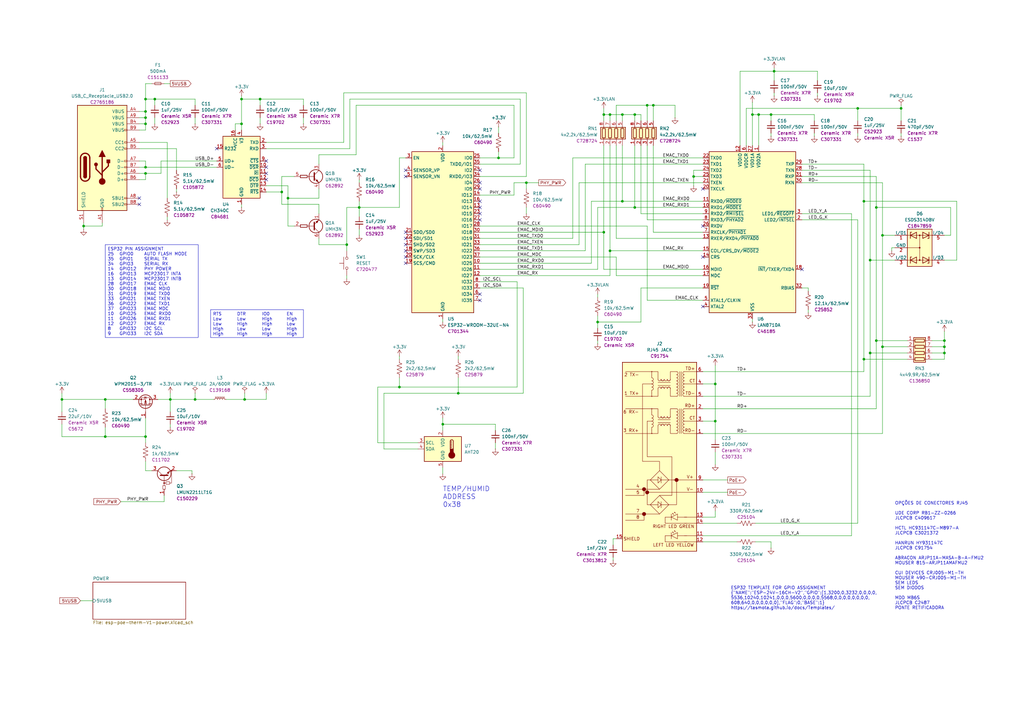
<source format=kicad_sch>
(kicad_sch (version 20231120) (generator "eeschema") (generator_version "8.0")
  (paper "A3")
  (title_block (title "ESP 2x Relay Output Module with PoE") (date "2023-08-02") (rev "V1"))
  (junction (at 100.33 163.83))
  (junction (at 43.18 179.07))
  (junction (at 118.11 81.28))
  (junction (at 99.06 40.64))
  (junction (at 247.65 46.99))
  (junction (at 356.87 106.68))
  (junction (at 255.27 46.99))
  (junction (at 267.97 43.18))
  (junction (at 359.41 85.09))
  (junction (at 181.61 173.99))
  (junction (at 260.35 46.99))
  (junction (at 356.87 144.78))
  (junction (at 204.47 64.77))
  (junction (at 115.57 78.74))
  (junction (at 387.35 139.7))
  (junction (at 293.37 157.48))
  (junction (at 43.18 163.83))
  (junction (at 187.96 161.29))
  (junction (at 25.4 163.83))
  (junction (at 34.29 92.71))
  (junction (at 59.69 68.58))
  (junction (at 293.37 172.72))
  (junction (at 361.95 96.52))
  (junction (at 284.48 72.39))
  (junction (at 260.35 85.09))
  (junction (at 354.33 82.55))
  (junction (at 59.69 179.07))
  (junction (at 80.01 163.83))
  (junction (at 317.5 29.21))
  (junction (at 245.11 132.08))
  (junction (at 387.35 144.78))
  (junction (at 59.69 48.26))
  (junction (at 265.43 43.18))
  (junction (at 59.69 40.64))
  (junction (at 59.69 50.8))
  (junction (at 250.19 46.99))
  (junction (at 351.79 44.45))
  (junction (at 354.33 147.32))
  (junction (at 247.65 95.25))
  (junction (at 369.57 44.45))
  (junction (at 361.95 142.24))
  (junction (at 316.23 46.99))
  (junction (at 59.69 45.72))
  (junction (at 59.69 71.12))
  (junction (at 311.15 46.99))
  (junction (at 63.5 40.64))
  (junction (at 69.85 163.83))
  (junction (at 147.32 85.09))
  (junction (at 250.19 102.87))
  (junction (at 255.27 82.55))
  (junction (at 215.9 74.93))
  (junction (at 142.24 100.33))
  (junction (at 99.06 50.8))
  (junction (at 106.68 40.64))
  (junction (at 387.35 142.24))
  (junction (at 308.61 46.99))
  (junction (at 359.41 139.7))
  (junction (at 163.83 158.75))
  (no_connect (at 196.85 82.55))
  (no_connect (at 57.15 81.28))
  (no_connect (at 166.37 69.85))
  (no_connect (at 196.85 90.17))
  (no_connect (at 196.85 69.85))
  (no_connect (at 196.85 120.65))
  (no_connect (at 166.37 72.39))
  (no_connect (at 288.29 77.47))
  (no_connect (at 196.85 74.93))
  (no_connect (at 166.37 95.25))
  (no_connect (at 88.9 60.96))
  (no_connect (at 196.85 123.19))
  (no_connect (at 196.85 85.09))
  (no_connect (at 328.93 110.49))
  (no_connect (at 166.37 105.41))
  (no_connect (at 166.37 102.87))
  (no_connect (at 166.37 100.33))
  (no_connect (at 166.37 107.95))
  (no_connect (at 196.85 87.63))
  (no_connect (at 57.15 83.82))
  (no_connect (at 109.22 66.04))
  (no_connect (at 109.22 68.58))
  (no_connect (at 196.85 77.47))
  (no_connect (at 288.29 125.73))
  (no_connect (at 109.22 73.66))
  (no_connect (at 288.29 105.41))
  (no_connect (at 166.37 97.79))
  (no_connect (at 109.22 71.12))
  (no_connect (at 288.29 92.71))
  (wire (pts (xy 143.51 40.64) (xy 213.36 40.64)))
  (wire (pts (xy 69.85 163.83) (xy 69.85 168.91)))
  (wire (pts (xy 328.93 87.63) (xy 349.25 87.63)))
  (wire (pts (xy 154.94 181.61) (xy 171.45 181.61)))
  (wire (pts (xy 181.61 130.81) (xy 181.61 132.08)))
  (wire (pts (xy 288.29 212.09) (xy 293.37 212.09)))
  (wire (pts (xy 43.18 179.07) (xy 59.69 179.07)))
  (wire (pts (xy 63.5 40.64) (xy 63.5 43.18)))
  (wire (pts (xy 255.27 59.69) (xy 255.27 82.55)))
  (wire (pts (xy 387.35 96.52) (xy 389.89 96.52)))
  (wire (pts (xy 43.18 163.83) (xy 43.18 167.64)))
  (wire (pts (xy 69.85 173.99) (xy 69.85 175.26)))
  (wire (pts (xy 288.29 167.64) (xy 359.41 167.64)))
  (wire (pts (xy 196.85 115.57) (xy 212.09 115.57)))
  (wire (pts (xy 196.85 105.41) (xy 252.73 105.41)))
  (wire (pts (xy 365.76 102.87) (xy 365.76 101.6)))
  (wire (pts (xy 68.58 88.9) (xy 68.58 90.17)))
  (wire (pts (xy 354.33 67.31) (xy 328.93 67.31)))
  (wire (pts (xy 196.85 95.25) (xy 247.65 95.25)))
  (wire (pts (xy 203.2 176.53) (xy 203.2 173.99)))
  (wire (pts (xy 203.2 173.99) (xy 181.61 173.99)))
  (wire (pts (xy 309.88 222.25) (xy 316.23 222.25)))
  (wire (pts (xy 196.85 102.87) (xy 240.03 102.87)))
  (wire (pts (xy 245.11 120.65) (xy 245.11 121.92)))
  (wire (pts (xy 215.9 72.39) (xy 196.85 72.39)))
  (wire (pts (xy 250.19 46.99) (xy 255.27 46.99)))
  (wire (pts (xy 276.86 43.18) (xy 276.86 48.26)))
  (wire (pts (xy 255.27 82.55) (xy 288.29 82.55)))
  (wire (pts (xy 68.58 58.42) (xy 68.58 81.28)))
  (wire (pts (xy 308.61 46.99) (xy 311.15 46.99)))
  (wire (pts (xy 67.31 205.74) (xy 67.31 203.2)))
  (wire (pts (xy 255.27 46.99) (xy 255.27 49.53)))
  (wire (pts (xy 328.93 72.39) (xy 359.41 72.39)))
  (wire (pts (xy 265.43 123.19) (xy 288.29 123.19)))
  (wire (pts (xy 43.18 175.26) (xy 43.18 179.07)))
  (wire (pts (xy 187.96 161.29) (xy 157.48 161.29)))
  (wire (pts (xy 109.22 76.2) (xy 118.11 76.2)))
  (wire (pts (xy 293.37 149.86) (xy 293.37 157.48)))
  (wire (pts (xy 203.2 181.61) (xy 203.2 184.15)))
  (wire (pts (xy 361.95 96.52) (xy 361.95 142.24)))
  (wire (pts (xy 196.85 92.71) (xy 265.43 92.71)))
  (wire (pts (xy 387.35 142.24) (xy 387.35 144.78)))
  (wire (pts (xy 245.11 139.7) (xy 245.11 140.97)))
  (wire (pts (xy 59.69 66.04) (xy 57.15 66.04)))
  (wire (pts (xy 118.11 92.71) (xy 120.65 92.71)))
  (wire (pts (xy 210.82 43.18) (xy 210.82 64.77)))
  (wire (pts (xy 181.61 173.99) (xy 181.61 176.53)))
  (wire (pts (xy 356.87 144.78) (xy 372.11 144.78)))
  (wire (pts (xy 288.29 219.71) (xy 349.25 219.71)))
  (wire (pts (xy 382.27 144.78) (xy 387.35 144.78)))
  (wire (pts (xy 308.61 46.99) (xy 308.61 59.69)))
  (wire (pts (xy 124.46 40.64) (xy 124.46 43.18)))
  (wire (pts (xy 130.81 100.33) (xy 142.24 100.33)))
  (wire (pts (xy 242.57 107.95) (xy 242.57 82.55)))
  (wire (pts (xy 130.81 81.28) (xy 118.11 81.28)))
  (wire (pts (xy 354.33 147.32) (xy 372.11 147.32)))
  (wire (pts (xy 49.53 205.74) (xy 67.31 205.74)))
  (wire (pts (xy 250.19 46.99) (xy 250.19 49.53)))
  (wire (pts (xy 130.81 77.47) (xy 130.81 81.28)))
  (wire (pts (xy 214.63 161.29) (xy 187.96 161.29)))
  (wire (pts (xy 335.28 38.1) (xy 335.28 39.37)))
  (wire (pts (xy 147.32 93.98) (xy 147.32 96.52)))
  (wire (pts (xy 59.69 171.45) (xy 59.69 179.07)))
  (wire (pts (xy 369.57 44.45) (xy 369.57 49.53)))
  (wire (pts (xy 250.19 46.99) (xy 247.65 46.99)))
  (wire (pts (xy 181.61 58.42) (xy 181.61 59.69)))
  (wire (pts (xy 59.69 193.04) (xy 59.69 189.23)))
  (wire (pts (xy 59.69 68.58) (xy 59.69 66.04)))
  (wire (pts (xy 196.85 110.49) (xy 245.11 110.49)))
  (wire (pts (xy 196.85 100.33) (xy 237.49 100.33)))
  (wire (pts (xy 59.69 68.58) (xy 88.9 68.58)))
  (wire (pts (xy 109.22 58.42) (xy 140.97 58.42)))
  (wire (pts (xy 78.74 193.04) (xy 72.39 193.04)))
  (wire (pts (xy 311.15 46.99) (xy 316.23 46.99)))
  (wire (pts (xy 87.63 163.83) (xy 80.01 163.83)))
  (wire (pts (xy 118.11 81.28) (xy 118.11 92.71)))
  (wire (pts (xy 99.06 40.64) (xy 99.06 50.8)))
  (wire (pts (xy 33.02 246.38) (xy 38.1 246.38)))
  (wire (pts (xy 288.29 152.4) (xy 354.33 152.4)))
  (wire (pts (xy 163.83 64.77) (xy 163.83 85.09)))
  (wire (pts (xy 252.73 43.18) (xy 265.43 43.18)))
  (wire (pts (xy 57.15 68.58) (xy 59.69 68.58)))
  (wire (pts (xy 115.57 72.39) (xy 120.65 72.39)))
  (wire (pts (xy 57.15 48.26) (xy 59.69 48.26)))
  (wire (pts (xy 303.53 29.21) (xy 303.53 59.69)))
  (wire (pts (xy 387.35 139.7) (xy 387.35 142.24)))
  (wire (pts (xy 25.4 168.91) (xy 25.4 163.83)))
  (wire (pts (xy 251.46 228.6) (xy 251.46 229.87)))
  (wire (pts (xy 382.27 139.7) (xy 387.35 139.7)))
  (wire (pts (xy 80.01 161.29) (xy 80.01 163.83)))
  (wire (pts (xy 382.27 142.24) (xy 387.35 142.24)))
  (wire (pts (xy 288.29 214.63) (xy 302.26 214.63)))
  (wire (pts (xy 369.57 44.45) (xy 351.79 44.45)))
  (wire (pts (xy 365.76 101.6) (xy 367.03 101.6)))
  (wire (pts (xy 63.5 40.64) (xy 80.01 40.64)))
  (wire (pts (xy 351.79 214.63) (xy 351.79 90.17)))
  (wire (pts (xy 140.97 38.1) (xy 215.9 38.1)))
  (wire (pts (xy 245.11 132.08) (xy 245.11 134.62)))
  (wire (pts (xy 140.97 58.42) (xy 140.97 38.1)))
  (wire (pts (xy 252.73 97.79) (xy 252.73 59.69)))
  (wire (pts (xy 240.03 67.31) (xy 288.29 67.31)))
  (wire (pts (xy 106.68 40.64) (xy 99.06 40.64)))
  (wire (pts (xy 25.4 179.07) (xy 43.18 179.07)))
  (wire (pts (xy 389.89 96.52) (xy 389.89 85.09)))
  (wire (pts (xy 63.5 48.26) (xy 63.5 50.8)))
  (wire (pts (xy 245.11 85.09) (xy 260.35 85.09)))
  (wire (pts (xy 288.29 201.93) (xy 298.45 201.93)))
  (wire (pts (xy 262.89 118.11) (xy 288.29 118.11)))
  (wire (pts (xy 356.87 69.85) (xy 328.93 69.85)))
  (wire (pts (xy 361.95 96.52) (xy 367.03 96.52)))
  (wire (pts (xy 247.65 110.49) (xy 288.29 110.49)))
  (wire (pts (xy 251.46 223.52) (xy 251.46 220.98)))
  (wire (pts (xy 389.89 85.09) (xy 359.41 85.09)))
  (wire (pts (xy 59.69 34.29) (xy 59.69 40.64)))
  (wire (pts (xy 181.61 191.77) (xy 181.61 194.31)))
  (wire (pts (xy 234.95 64.77) (xy 288.29 64.77)))
  (wire (pts (xy 59.69 53.34) (xy 57.15 53.34)))
  (wire (pts (xy 267.97 95.25) (xy 288.29 95.25)))
  (wire (pts (xy 265.43 43.18) (xy 265.43 49.53)))
  (wire (pts (xy 130.81 97.79) (xy 130.81 100.33)))
  (wire (pts (xy 262.89 87.63) (xy 288.29 87.63)))
  (wire (pts (xy 288.29 157.48) (xy 293.37 157.48)))
  (wire (pts (xy 130.81 63.5) (xy 146.05 63.5)))
  (wire (pts (xy 68.58 58.42) (xy 57.15 58.42)))
  (wire (pts (xy 57.15 50.8) (xy 59.69 50.8)))
  (wire (pts (xy 72.39 60.96) (xy 72.39 69.85)))
  (wire (pts (xy 311.15 46.99) (xy 311.15 59.69)))
  (wire (pts (xy 34.29 92.71) (xy 34.29 93.98)))
  (wire (pts (xy 41.91 91.44) (xy 41.91 92.71)))
  (wire (pts (xy 260.35 85.09) (xy 288.29 85.09)))
  (wire (pts (xy 335.28 33.02) (xy 335.28 29.21)))
  (wire (pts (xy 356.87 106.68) (xy 356.87 144.78)))
  (wire (pts (xy 387.35 135.89) (xy 387.35 139.7)))
  (wire (pts (xy 293.37 172.72) (xy 293.37 180.34)))
  (wire (pts (xy 204.47 62.23) (xy 204.47 64.77)))
  (wire (pts (xy 41.91 92.71) (xy 34.29 92.71)))
  (wire (pts (xy 359.41 139.7) (xy 372.11 139.7)))
  (wire (pts (xy 361.95 74.93) (xy 361.95 96.52)))
  (wire (pts (xy 334.01 46.99) (xy 334.01 49.53)))
  (wire (pts (xy 387.35 144.78) (xy 387.35 147.32)))
  (wire (pts (xy 251.46 220.98) (xy 252.73 220.98)))
  (wire (pts (xy 187.96 146.05) (xy 187.96 147.32)))
  (wire (pts (xy 69.85 161.29) (xy 69.85 163.83)))
  (wire (pts (xy 255.27 46.99) (xy 260.35 46.99)))
  (wire (pts (xy 147.32 85.09) (xy 147.32 88.9)))
  (wire (pts (xy 59.69 40.64) (xy 59.69 45.72)))
  (wire (pts (xy 106.68 48.26) (xy 106.68 50.8)))
  (wire (pts (xy 215.9 74.93) (xy 220.98 74.93)))
  (wire (pts (xy 234.95 97.79) (xy 234.95 64.77)))
  (wire (pts (xy 331.47 119.38) (xy 331.47 118.11)))
  (wire (pts (xy 240.03 102.87) (xy 240.03 67.31)))
  (wire (pts (xy 66.04 71.12) (xy 66.04 66.04)))
  (wire (pts (xy 213.36 67.31) (xy 196.85 67.31)))
  (wire (pts (xy 196.85 107.95) (xy 242.57 107.95)))
  (wire (pts (xy 262.89 46.99) (xy 260.35 46.99)))
  (wire (pts (xy 59.69 71.12) (xy 66.04 71.12)))
  (wire (pts (xy 317.5 38.1) (xy 317.5 39.37)))
  (wire (pts (xy 106.68 43.18) (xy 106.68 40.64)))
  (wire (pts (xy 247.65 95.25) (xy 247.65 110.49)))
  (wire (pts (xy 196.85 80.01) (xy 210.82 80.01)))
  (wire (pts (xy 118.11 76.2) (xy 118.11 81.28)))
  (wire (pts (xy 250.19 102.87) (xy 288.29 102.87)))
  (wire (pts (xy 59.69 179.07) (xy 59.69 181.61)))
  (wire (pts (xy 317.5 27.94) (xy 317.5 29.21)))
  (wire (pts (xy 293.37 157.48) (xy 293.37 172.72)))
  (wire (pts (xy 288.29 177.8) (xy 361.95 177.8)))
  (wire (pts (xy 163.83 146.05) (xy 163.83 147.32)))
  (wire (pts (xy 284.48 69.85) (xy 288.29 69.85)))
  (wire (pts (xy 349.25 219.71) (xy 349.25 87.63)))
  (wire (pts (xy 361.95 142.24) (xy 372.11 142.24)))
  (wire (pts (xy 351.79 44.45) (xy 351.79 49.53)))
  (wire (pts (xy 293.37 209.55) (xy 293.37 212.09)))
  (wire (pts (xy 147.32 82.55) (xy 147.32 85.09)))
  (wire (pts (xy 109.22 163.83) (xy 109.22 161.29)))
  (wire (pts (xy 57.15 73.66) (xy 59.69 73.66)))
  (wire (pts (xy 247.65 59.69) (xy 247.65 95.25)))
  (wire (pts (xy 124.46 48.26) (xy 124.46 50.8)))
  (wire (pts (xy 146.05 63.5) (xy 146.05 43.18)))
  (wire (pts (xy 317.5 29.21) (xy 317.5 33.02)))
  (wire (pts (xy 242.57 82.55) (xy 255.27 82.55)))
  (wire (pts (xy 260.35 46.99) (xy 260.35 49.53)))
  (wire (pts (xy 196.85 64.77) (xy 204.47 64.77)))
  (wire (pts (xy 245.11 110.49) (xy 245.11 85.09)))
  (wire (pts (xy 59.69 45.72) (xy 59.69 48.26)))
  (wire (pts (xy 309.88 214.63) (xy 351.79 214.63)))
  (wire (pts (xy 59.69 193.04) (xy 62.23 193.04)))
  (wire (pts (xy 25.4 163.83) (xy 43.18 163.83)))
  (wire (pts (xy 215.9 74.93) (xy 215.9 77.47)))
  (wire (pts (xy 163.83 158.75) (xy 154.94 158.75)))
  (wire (pts (xy 143.51 60.96) (xy 143.51 40.64)))
  (wire (pts (xy 245.11 129.54) (xy 245.11 132.08)))
  (wire (pts (xy 142.24 100.33) (xy 142.24 85.09)))
  (wire (pts (xy 331.47 127) (xy 331.47 128.27)))
  (wire (pts (xy 80.01 40.64) (xy 80.01 43.18)))
  (wire (pts (xy 356.87 106.68) (xy 367.03 106.68)))
  (wire (pts (xy 25.4 173.99) (xy 25.4 179.07)))
  (wire (pts (xy 210.82 74.93) (xy 215.9 74.93)))
  (wire (pts (xy 215.9 85.09) (xy 215.9 87.63)))
  (wire (pts (xy 392.43 106.68) (xy 392.43 82.55)))
  (wire (pts (xy 267.97 59.69) (xy 267.97 95.25)))
  (wire (pts (xy 204.47 52.07) (xy 204.47 54.61)))
  (wire (pts (xy 288.29 162.56) (xy 356.87 162.56)))
  (wire (pts (xy 369.57 54.61) (xy 369.57 55.88)))
  (wire (pts (xy 99.06 50.8) (xy 99.06 53.34)))
  (wire (pts (xy 237.49 100.33) (xy 237.49 74.93)))
  (wire (pts (xy 181.61 171.45) (xy 181.61 173.99)))
  (wire (pts (xy 293.37 185.42) (xy 293.37 190.5)))
  (wire (pts (xy 25.4 161.29) (xy 25.4 163.83)))
  (wire (pts (xy 317.5 29.21) (xy 303.53 29.21)))
  (wire (pts (xy 142.24 113.03) (xy 142.24 114.3)))
  (wire (pts (xy 100.33 163.83) (xy 109.22 163.83)))
  (wire (pts (xy 359.41 85.09) (xy 359.41 139.7)))
  (wire (pts (xy 154.94 158.75) (xy 154.94 181.61)))
  (wire (pts (xy 316.23 222.25) (xy 316.23 224.79)))
  (wire (pts (xy 59.69 48.26) (xy 59.69 50.8)))
  (wire (pts (xy 196.85 113.03) (xy 250.19 113.03)))
  (wire (pts (xy 99.06 83.82) (xy 99.06 85.09)))
  (wire (pts (xy 130.81 83.82) (xy 115.57 83.82)))
  (wire (pts (xy 59.69 40.64) (xy 63.5 40.64)))
  (wire (pts (xy 147.32 85.09) (xy 142.24 85.09)))
  (wire (pts (xy 130.81 87.63) (xy 130.81 83.82)))
  (wire (pts (xy 213.36 40.64) (xy 213.36 67.31)))
  (wire (pts (xy 328.93 90.17) (xy 351.79 90.17)))
  (wire (pts (xy 316.23 54.61) (xy 316.23 55.88)))
  (wire (pts (xy 328.93 74.93) (xy 361.95 74.93)))
  (wire (pts (xy 100.33 161.29) (xy 100.33 163.83)))
  (wire (pts (xy 252.73 43.18) (xy 252.73 49.53)))
  (wire (pts (xy 265.43 90.17) (xy 288.29 90.17)))
  (wire (pts (xy 67.31 34.29) (xy 69.85 34.29)))
  (wire (pts (xy 157.48 184.15) (xy 171.45 184.15)))
  (wire (pts (xy 387.35 147.32) (xy 382.27 147.32)))
  (wire (pts (xy 284.48 72.39) (xy 284.48 76.2)))
  (wire (pts (xy 252.73 113.03) (xy 288.29 113.03)))
  (wire (pts (xy 237.49 74.93) (xy 288.29 74.93)))
  (wire (pts (xy 147.32 73.66) (xy 147.32 74.93)))
  (wire (pts (xy 288.29 222.25) (xy 302.26 222.25)))
  (wire (pts (xy 250.19 113.03) (xy 250.19 102.87)))
  (wire (pts (xy 262.89 46.99) (xy 262.89 49.53)))
  (wire (pts (xy 187.96 154.94) (xy 187.96 161.29)))
  (wire (pts (xy 335.28 29.21) (xy 317.5 29.21)))
  (wire (pts (xy 66.04 66.04) (xy 88.9 66.04)))
  (wire (pts (xy 306.07 44.45) (xy 351.79 44.45)))
  (wire (pts (xy 262.89 59.69) (xy 262.89 87.63)))
  (wire (pts (xy 59.69 73.66) (xy 59.69 71.12)))
  (wire (pts (xy 92.71 163.83) (xy 100.33 163.83)))
  (wire (pts (xy 265.43 92.71) (xy 265.43 123.19)))
  (wire (pts (xy 247.65 46.99) (xy 247.65 49.53)))
  (wire (pts (xy 356.87 144.78) (xy 356.87 162.56)))
  (wire (pts (xy 80.01 48.26) (xy 80.01 50.8)))
  (wire (pts (xy 59.69 71.12) (xy 57.15 71.12)))
  (wire (pts (xy 354.33 82.55) (xy 354.33 147.32)))
  (wire (pts (xy 69.85 163.83) (xy 80.01 163.83)))
  (wire (pts (xy 250.19 59.69) (xy 250.19 102.87)))
  (wire (pts (xy 163.83 154.94) (xy 163.83 158.75)))
  (wire (pts (xy 59.69 50.8) (xy 59.69 53.34)))
  (wire (pts (xy 142.24 100.33) (xy 142.24 102.87)))
  (wire (pts (xy 196.85 118.11) (xy 214.63 118.11)))
  (wire (pts (xy 166.37 64.77) (xy 163.83 64.77)))
  (wire (pts (xy 115.57 78.74) (xy 115.57 72.39)))
  (wire (pts (xy 334.01 54.61) (xy 334.01 55.88)))
  (wire (pts (xy 359.41 139.7) (xy 359.41 167.64)))
  (wire (pts (xy 356.87 69.85) (xy 356.87 106.68)))
  (wire (pts (xy 369.57 43.18) (xy 369.57 44.45)))
  (wire (pts (xy 64.77 163.83) (xy 69.85 163.83)))
  (wire (pts (xy 354.33 82.55) (xy 354.33 67.31)))
  (wire (pts (xy 354.33 147.32) (xy 354.33 152.4)))
  (wire (pts (xy 215.9 38.1) (xy 215.9 72.39)))
  (wire (pts (xy 252.73 105.41) (xy 252.73 113.03)))
  (wire (pts (xy 284.48 72.39) (xy 284.48 69.85)))
  (wire (pts (xy 196.85 97.79) (xy 234.95 97.79)))
  (wire (pts (xy 316.23 46.99) (xy 316.23 49.53)))
  (wire (pts (xy 392.43 82.55) (xy 354.33 82.55)))
  (wire (pts (xy 288.29 196.85) (xy 298.45 196.85)))
  (wire (pts (xy 334.01 46.99) (xy 316.23 46.99)))
  (wire (pts (xy 387.35 106.68) (xy 392.43 106.68)))
  (wire (pts (xy 308.61 132.08) (xy 308.61 130.81)))
  (wire (pts (xy 96.52 53.34) (xy 96.52 50.8)))
  (wire (pts (xy 260.35 59.69) (xy 260.35 85.09)))
  (wire (pts (xy 359.41 85.09) (xy 359.41 72.39)))
  (wire (pts (xy 262.89 132.08) (xy 245.11 132.08)))
  (wire (pts (xy 62.23 34.29) (xy 59.69 34.29)))
  (wire (pts (xy 96.52 50.8) (xy 99.06 50.8)))
  (wire (pts (xy 247.65 46.99) (xy 247.65 44.45)))
  (wire (pts (xy 212.09 158.75) (xy 163.83 158.75)))
  (wire (pts (xy 57.15 45.72) (xy 59.69 45.72)))
  (wire (pts (xy 115.57 78.74) (xy 115.57 83.82)))
  (wire (pts (xy 124.46 40.64) (xy 106.68 40.64)))
  (wire (pts (xy 130.81 63.5) (xy 130.81 67.31)))
  (wire (pts (xy 157.48 161.29) (xy 157.48 184.15)))
  (wire (pts (xy 78.74 193.04) (xy 78.74 194.31)))
  (wire (pts (xy 72.39 77.47) (xy 72.39 78.74)))
  (wire (pts (xy 361.95 142.24) (xy 361.95 177.8)))
  (wire (pts (xy 204.47 64.77) (xy 210.82 64.77)))
  (wire (pts (xy 163.83 85.09) (xy 147.32 85.09)))
  (wire (pts (xy 212.09 115.57) (xy 212.09 158.75)))
  (wire (pts (xy 252.73 97.79) (xy 288.29 97.79)))
  (wire (pts (xy 210.82 80.01) (xy 210.82 74.93)))
  (wire (pts (xy 109.22 60.96) (xy 143.51 60.96)))
  (wire (pts (xy 267.97 43.18) (xy 267.97 49.53)))
  (wire (pts (xy 308.61 41.91) (xy 308.61 46.99)))
  (wire (pts (xy 57.15 60.96) (xy 72.39 60.96)))
  (wire (pts (xy 99.06 39.37) (xy 99.06 40.64)))
  (wire (pts (xy 351.79 54.61) (xy 351.79 55.88)))
  (wire (pts (xy 288.29 72.39) (xy 284.48 72.39)))
  (wire (pts (xy 109.22 78.74) (xy 115.57 78.74)))
  (wire (pts (xy 265.43 43.18) (xy 267.97 43.18)))
  (wire (pts (xy 214.63 118.11) (xy 214.63 161.29)))
  (wire (pts (xy 288.29 172.72) (xy 293.37 172.72)))
  (wire (pts (xy 267.97 43.18) (xy 276.86 43.18)))
  (wire (pts (xy 262.89 118.11) (xy 262.89 132.08)))
  (wire (pts (xy 265.43 59.69) (xy 265.43 90.17)))
  (wire (pts (xy 34.29 91.44) (xy 34.29 92.71)))
  (wire (pts (xy 331.47 118.11) (xy 328.93 118.11)))
  (wire (pts (xy 306.07 59.69) (xy 306.07 44.45)))
  (wire (pts (xy 54.61 163.83) (xy 43.18 163.83)))
  (wire (pts (xy 146.05 43.18) (xy 210.82 43.18)))
  (text_box "ESP32 PIN ASSIGNMENT\n25	GPIO0	AUTO FLASH MODE\n35	GPIO1	SERIAL TX\n34	GPIO3	SERIAL RX\n14	GPIO12	PHY POWER\n16	GPIO13	MCP23017 INTA\n13	GPIO14	MCP23017 INTB\n28	GPIO17	EMAC CLK\n30	GPIO18	EMAC MDIO\n31	GPIO19	EMAC TXD0\n33	GPIO21	EMAC TXEN\n36	GPIO22	EMAC TXD1\n37	GPIO23	EMAC MDC\n10	GPIO25	EMAC RXD0\n11	GPIO26	EMAC RXD1\n12	GPIO27	EMAC RX\n8	GPIO32	I2C SCL\n9	GPIO33	I2C SDA" (at 43.18 100.33 0) (size 38.1 38.1) (effects (font (size 1.27 1.27)) (justify left top)))
  (text_box "RTS		DTR		IO0		EN\nLow		Low		High	High\nLow		High	High	Low\nHigh	Low		Low		High\nHigh	High	High	High" (at 86.36 127 0) (size 38.1 11.43) (effects (font (size 1.27 1.27)) (justify left top)))
  (text "OPÇÕES DE CONECTORES RJ45\n\nUDE CORP RB1-ZZ-0266\nJLCPCB C409617\n\nHCTL HC931147C-M897-A\nJLCPCB C3021372\n\nHANRUN HY931147C\nJLCPCB C91754\n\nABRACON ARJP11A-MASA-B-A-FMU2\nMOUSER 815-ARJP11AMAFMU2\n\nCUI DEVICES CRJ005-M1-TH\nMOUSER 490-CRJ005-M1-TH\nSEM LEDS\nSEM DIODOS\n\nMDD MB6S\nJLCPCB C2487\nPONTE RETIFICADORA\n" (at 367.03 250.19 0) (effects (font (size 1.27 1.27)) (justify left bottom)))
  (text "ESP32 TEMPLATE FOR GPIO ASSIGNMENT\n{\"NAME\":\"ESP-24V-16CH-V2\",\"GPIO\":[1,3200,0,3232,0,0,0,0,\n5536,10240,10241,0,0,0,5600,0,0,0,0,5568,0,0,0,0,0,0,0,0,\n608,640,0,0,0,0,0,0],\"FLAG\":0,\"BASE\":1}\nhttps://tasmota.github.io/docs/Templates/" (at 299.72 250.19 0) (effects (font (size 1.27 1.27)) (justify left bottom)))
  (text "TEMP/HUMID\nADDRESS\n0x38" (at 181.61 208.28 0) (effects (font (size 2 2)) (justify left bottom)))
  (label "EMAC_RX" (at 212.09 113.03 0))
  (label "EMAC_TXD0" (at 271.78 64.77 0))
  (label "EMAC_RXD0" (at 212.09 107.95 0))
  (label "LED_G_K" (at 331.47 90.17 0))
  (label "EMAC_MDC" (at 212.09 105.41 0))
  (label "EMAC_RXD0" (at 271.78 82.55 0))
  (label "RD+" (at 331.47 72.39 0))
  (label "EMAC_TXEN" (at 212.09 100.33 0))
  (label "I2C_SCL" (at 205.74 115.57 180))
  (label "USB_D+" (at 80.01 66.04 0))
  (label "EMAC_RXD1" (at 271.78 85.09 0))
  (label "EMAC_TXD0" (at 212.09 97.79 0))
  (label "TD-" (at 302.26 162.56 0))
  (label "EMAC_RXD1" (at 212.09 110.49 0))
  (label "LED_Y_A" (at 331.47 87.63 0))
  (label "RD-" (at 331.47 74.93 0))
  (label "EMAC_RX" (at 271.78 102.87 0))
  (label "TD-" (at 331.47 69.85 0))
  (label "TD+" (at 331.47 67.31 0))
  (label "PHY_PWR" (at 200.66 80.01 0))
  (label "EMAC_CLK" (at 212.09 92.71 0))
  (label "LED_Y_A" (at 320.04 219.71 0))
  (label "EMAC_CLK" (at 276.86 123.19 0))
  (label "I2C_SDA" (at 205.74 118.11 180))
  (label "EMAC_TXD1" (at 212.09 102.87 0))
  (label "RD+" (at 302.26 167.64 0))
  (label "USB_D-" (at 80.01 68.58 0))
  (label "LED_G_K" (at 320.04 214.63 0))
  (label "TD+" (at 302.26 152.4 0))
  (label "RD-" (at 302.26 177.8 0))
  (label "EMAC_TXD1" (at 271.78 67.31 0))
  (label "EMAC_MDIO" (at 271.78 110.49 0))
  (label "PHY_PWR" (at 52.07 205.74 0))
  (label "EMAC_TXEN" (at 271.78 74.93 0))
  (label "EMAC_MDIO" (at 212.09 95.25 0))
  (global_label "PoE-" (shape output) (at 298.45 201.93 0) (property "Intersheetrefs" "${INTERSHEET_REFS}" (effects (hide yes))))
  (global_label "PoE+" (shape output) (at 298.45 196.85 0) (property "Intersheetrefs" "${INTERSHEET_REFS}" (effects (hide yes))))
  (global_label "5VUSB" (shape input) (at 33.02 246.38 180) (property "Intersheetrefs" "${INTERSHEET_REFS}" (effects (hide yes))))
  (global_label "5VUSB" (shape output) (at 69.85 34.29 0) (property "Intersheetrefs" "${INTERSHEET_REFS}" (effects (hide yes))))
  (global_label "PHY_PWR" (shape output) (at 220.98 74.93 0) (property "Intersheetrefs" "${INTERSHEET_REFS}" (effects (hide yes))))
  (global_label "PHY_PWR" (shape input) (at 49.53 205.74 180) (property "Intersheetrefs" "${INTERSHEET_REFS}" (effects (hide yes))))
  (symbol (lib_id "Device:R_US") (at 306.07 222.25 90) (unit 1)
    (property "Reference" "R22" (at 306.07 224.79 90))
    (property "Value" "330R/62,5mW" (at 306.07 227.33 90))
    (property "Footprint" "Tales:R_0402_1005Metric" (effects (hide yes)))
    (property "Description" "Resistor, US symbol" (effects (hide yes)))
    (property "Mfr" "Uniroyal" (effects (hide yes)))
    (property "Vendor" "JLCPCB" (effects (hide yes)))
    (property "Mfr PN" "0402WGF3300TCE" (effects (hide yes)))
    (property "Technology" "1%" (effects (hide yes)))
    (property "Vendor PN" "C25104" (effects (hide yes)))
    (property "LCSC Part #" "C25104" (at 306.07 229.87 90))
    (property "JLCPCB BOM" "1" (effects (hide yes)))
    (property "Package" "0402/1005" (effects (hide yes)))
  )
  (symbol (lib_id "Transistor_BJT:UMH3N") (at 125.73 92.71 0) (mirror x) (unit 1)
    (property "Reference" "Q1" (at 133.35 91.4399 0) (effects (justify left)))
    (property "Value" "UMH3N" (at 133.35 93.9799 0) (effects (justify left)))
    (property "Footprint" "Package_TO_SOT_SMD:SOT-363_SC-70-6" (effects (hide yes)))
    (property "Datasheet" "http://rohmfs.rohm.com/en/products/databook/datasheet/discrete/transistor/digital/emh3t2r-e.pdf" (effects (hide yes)))
    (property "Description" "0.1A Ic, 50V Vce, Dual NPN Input Resistor Transistors, SOT-363" (effects (hide yes)))
    (property "JLCPCB BOM" "1" (effects (hide yes)))
    (property "LCSC Part #" "C62892" (at 133.35 96.52 0) (effects (justify left)))
    (property "Vendor" "JLCPCB" (effects (hide yes)))
    (property "Vendor PN" "C62892" (effects (hide yes)))
    (property "Mfr" "Jiangsu" (effects (hide yes)))
    (property "Mfr PN" "UMH3N" (effects (hide yes)))
    (property "Package" "SOT-363" (effects (hide yes)))
  )
  (symbol (lib_id "power:+3.3VA") (at 387.35 135.89 0) (unit 1)
    (property "Reference" "#PWR0130" (effects (hide yes)))
    (property "Value" "+3.3VA" (at 387.35 132.08 0))
    (property "Description" "Power symbol creates a global label with name \"+3.3VA\"" (effects (hide yes)))
  )
  (symbol (lib_id "Device:R_US") (at 72.39 73.66 0) (unit 1)
    (property "Reference" "R15" (at 74.93 71.755 0) (effects (justify left)))
    (property "Value" "5,1k/62,5mW" (at 74.93 74.295 0) (effects (justify left)))
    (property "Footprint" "Tales:R_0402_1005Metric" (effects (hide yes)))
    (property "Description" "Resistor, US symbol" (effects (hide yes)))
    (property "JLCPCB BOM" "1" (effects (hide yes)))
    (property "LCSC Part #" "C105872" (at 74.93 76.835 0) (effects (justify left)))
    (property "Mfr" "YAGEO" (effects (hide yes)))
    (property "Mfr PN" "RC0402FR-075K1L" (effects (hide yes)))
    (property "Technology" "1%" (effects (hide yes)))
    (property "Vendor" "JLCPCB" (effects (hide yes)))
    (property "Vendor PN" "C105872" (effects (hide yes)))
    (property "Package" "0402/1005" (effects (hide yes)))
  )
  (symbol (lib_id "RF_Module:ESP32-WROOM-32U") (at 181.61 95.25 0) (unit 1)
    (property "Reference" "U5" (at 183.5659 130.81 0) (effects (justify left)))
    (property "Value" "ESP32-WROOM-32UE-N4" (at 183.5659 133.35 0) (effects (justify left)))
    (property "Footprint" "Tales:ESP32-WROOM-32U" (effects (hide yes)))
    (property "Datasheet" "https://www.espressif.com/sites/default/files/documentation/esp32-wroom-32d_esp32-wroom-32u_datasheet_en.pdf" (effects (hide yes)))
    (property "Description" "RF Module, ESP32-D0WD SoC, Wi-Fi 802.11b/g/n, Bluetooth, BLE, 32-bit, 2.7-3.6V, external antenna, SMD" (effects (hide yes)))
    (property "JLCPCB BOM" "1" (effects (hide yes)))
    (property "LCSC Part #" "C701344" (at 183.5659 135.89 0) (effects (justify left)))
    (property "Mfr" "Expressif" (effects (hide yes)))
    (property "Mfr PN" "ESP32-WROOM-32E-N4" (effects (hide yes)))
    (property "Vendor" "JLCPCB" (effects (hide yes)))
    (property "Vendor PN" "C701344" (effects (hide yes)))
    (property "Package" "ESP32-WROOM" (effects (hide yes)))
  )
  (symbol (lib_id "power:GND") (at 69.85 175.26 0) (unit 1)
    (property "Reference" "#PWR0144" (effects (hide yes)))
    (property "Value" "GND" (effects (hide yes)))
    (property "Description" "Power symbol creates a global label with name \"GND\" , ground" (effects (hide yes)))
  )
  (symbol (lib_id "Device:C_Small") (at 316.23 52.07 0) (unit 1)
    (property "Reference" "C16" (at 318.77 49.53 0) (effects (justify left)))
    (property "Value" "100nF/50V" (at 318.77 52.07 0) (effects (justify left)))
    (property "Footprint" "Tales:C_0402_1005Metric" (effects (hide yes)))
    (property "Description" "Unpolarized capacitor, small symbol" (effects (hide yes)))
    (property "JLCPCB BOM" "1" (effects (hide yes)))
    (property "LCSC Part #" "C307331" (at 318.77 57.1438 0) (effects (justify left)))
    (property "Mfr" "Samsung" (effects (hide yes)))
    (property "Mfr PN" "CL05B104KB54PNC" (effects (hide yes)))
    (property "Technology" "Ceramic X7R" (at 318.77 54.6038 0) (effects (justify left)))
    (property "Vendor" "JLCPCB" (effects (hide yes)))
    (property "Vendor PN" "C307331" (effects (hide yes)))
    (property "Package" "0402/1005" (effects (hide yes)))
  )
  (symbol (lib_id "Device:C_Small") (at 106.68 45.72 0) (unit 1)
    (property "Reference" "C12" (at 109.22 42.5513 0) (effects (justify left)))
    (property "Value" "10uF/10V" (at 109.22 45.0913 0) (effects (justify left)))
    (property "Footprint" "Tales:C_0603_1608Metric" (effects (hide yes)))
    (property "Description" "Unpolarized capacitor, small symbol" (effects (hide yes)))
    (property "Technology" "Ceramic X5R" (at 109.22 47.6313 0) (effects (justify left)))
    (property "Mfr" "Samsung" (effects (hide yes)))
    (property "Mfr PN" "CL10A106KP8NNNC" (effects (hide yes)))
    (property "Vendor" "JLCPCB" (effects (hide yes)))
    (property "Vendor PN" "C19702" (effects (hide yes)))
    (property "LCSC Part #" "C19702" (at 109.22 50.1713 0) (effects (justify left)))
    (property "JLCPCB BOM" "1" (effects (hide yes)))
    (property "Package" "0603/1608" (effects (hide yes)))
  )
  (symbol (lib_id "Tales:ESDS314DBV") (at 377.19 101.6 0) (unit 1)
    (property "Reference" "D6" (at 377.19 87.63 0))
    (property "Value" "ESDS314DBV" (at 377.19 90.17 0))
    (property "Footprint" "Tales:SOT-23-5" (effects (hide yes)))
    (property "Description" "Data-line surge and ESD protection diode array" (effects (hide yes)))
    (property "Vendor" "JLCPCB" (effects (hide yes)))
    (property "JLCPCB BOM" "1" (effects (hide yes)))
    (property "LCSC Part #" "C1847859" (at 377.19 92.71 0))
    (property "Mfr" "Texas Instruments" (effects (hide yes)))
    (property "Mfr PN" "ESDS314DBVR" (effects (hide yes)))
    (property "Vendor PN" "C1847859" (effects (hide yes)))
    (property "Package" "SOT-23-5" (effects (hide yes)))
  )
  (symbol (lib_id "power:GND") (at 106.68 50.8 0) (unit 1)
    (property "Reference" "#PWR0108" (effects (hide yes)))
    (property "Value" "GND" (effects (hide yes)))
    (property "Description" "Power symbol creates a global label with name \"GND\" , ground" (effects (hide yes)))
  )
  (symbol (lib_id "Device:R_US") (at 245.11 125.73 180) (unit 1)
    (property "Reference" "R19" (at 247.65 123.825 0) (effects (justify right)))
    (property "Value" "10k/62,5mW" (at 247.65 126.365 0) (effects (justify right)))
    (property "Footprint" "Tales:R_0402_1005Metric" (effects (hide yes)))
    (property "Description" "Resistor, US symbol" (effects (hide yes)))
    (property "Mfr" "Yageo" (effects (hide yes)))
    (property "Vendor" "JLCPCB" (effects (hide yes)))
    (property "Mfr PN" "RC0402FR-0710KL" (effects (hide yes)))
    (property "Technology" "1%" (effects (hide yes)))
    (property "Vendor PN" "C60490" (effects (hide yes)))
    (property "LCSC Part #" "C60490" (at 247.65 128.905 0) (effects (justify right)))
    (property "JLCPCB BOM" "1" (effects (hide yes)))
    (property "Package" "0402/1005" (effects (hide yes)))
  )
  (symbol (lib_id "power:PWR_FLAG") (at 100.33 161.29 0) (unit 1)
    (property "Reference" "#FLG0101" (effects (hide yes)))
    (property "Value" "PWR_FLAG" (at 100.33 157.48 0))
    (property "Description" "Special symbol for telling ERC where power comes from" (effects (hide yes)))
  )
  (symbol (lib_id "Tales:+3.3VLAN") (at 69.85 161.29 0) (unit 1)
    (property "Reference" "#PWR0147" (effects (hide yes)))
    (property "Value" "+3.3VLAN" (at 69.85 157.48 0))
    (property "Description" "Power symbol creates a global label with name \"+3.3VLAN\"" (effects (hide yes)))
  )
  (symbol (lib_id "power:GND") (at 316.23 224.79 0) (unit 1)
    (property "Reference" "#PWR0126" (effects (hide yes)))
    (property "Value" "GND" (effects (hide yes)))
    (property "Description" "Power symbol creates a global label with name \"GND\" , ground" (effects (hide yes)))
  )
  (symbol (lib_id "Tales:+3.3V") (at 25.4 161.29 0) (unit 1)
    (property "Reference" "#PWR0145" (effects (hide yes)))
    (property "Value" "+3.3V" (at 25.4 157.48 0))
    (property "Description" "Power symbol creates a global label with name \"+3.3V\"" (effects (hide yes)))
  )
  (symbol (lib_id "power:GND") (at 331.47 128.27 0) (unit 1)
    (property "Reference" "#PWR0131" (effects (hide yes)))
    (property "Value" "GND" (effects (hide yes)))
    (property "Description" "Power symbol creates a global label with name \"GND\" , ground" (effects (hide yes)))
  )
  (symbol (lib_id "power:GND") (at 34.29 93.98 0) (unit 1)
    (property "Reference" "#PWR0136" (effects (hide yes)))
    (property "Value" "GND" (effects (hide yes)))
    (property "Description" "Power symbol creates a global label with name \"GND\" , ground" (effects (hide yes)))
  )
  (symbol (lib_id "Device:Fuse_Small") (at 64.77 34.29 180) (unit 1)
    (property "Reference" "F1" (at 64.77 26.67 0))
    (property "Value" "500mA" (at 64.77 29.21 0))
    (property "Footprint" "Tales:Fuse_1206_3216Metric" (effects (hide yes)))
    (property "Description" "Fuse, small symbol" (effects (hide yes)))
    (property "JLCPCB BOM" "1" (effects (hide yes)))
    (property "LCSC Part #" "C151133" (at 64.77 31.75 0))
    (property "Mfr" "Littlefuse" (effects (hide yes)))
    (property "Mfr PN" "0466.500NRHF" (effects (hide yes)))
    (property "Vendor" "JLCPCB" (effects (hide yes)))
    (property "Vendor PN" "C151133" (effects (hide yes)))
    (property "Package" "1206" (effects (hide yes)))
  )
  (symbol (lib_id "power:GND") (at 99.06 85.09 0) (unit 1)
    (property "Reference" "#PWR0103" (effects (hide yes)))
    (property "Value" "GND" (effects (hide yes)))
    (property "Description" "Power symbol creates a global label with name \"GND\" , ground" (effects (hide yes)))
  )
  (symbol (lib_id "power:+3.3VA") (at 308.61 41.91 0) (unit 1)
    (property "Reference" "#PWR0119" (effects (hide yes)))
    (property "Value" "+3.3VA" (at 308.61 38.1 0))
    (property "Description" "Power symbol creates a global label with name \"+3.3VA\"" (effects (hide yes)))
  )
  (symbol (lib_id "Device:C_Small") (at 335.28 35.56 0) (unit 1)
    (property "Reference" "C19" (at 337.82 33.655 0) (effects (justify left)))
    (property "Value" "10uF/10V" (at 337.82 36.195 0) (effects (justify left)))
    (property "Footprint" "Tales:C_0603_1608Metric" (effects (hide yes)))
    (property "Description" "Unpolarized capacitor, small symbol" (effects (hide yes)))
    (property "Mfr" "Samsung" (effects (hide yes)))
    (property "Mfr PN" "CL10A106KP8NNNC" (effects (hide yes)))
    (property "JLCPCB BOM" "1" (effects (hide yes)))
    (property "LCSC Part #" "C19702" (at 337.82 41.275 0) (effects (justify left)))
    (property "Technology" "Ceramic X5R" (at 337.82 38.735 0) (effects (justify left)))
    (property "Vendor" "JLCPCB" (effects (hide yes)))
    (property "Vendor PN" "C19702" (effects (hide yes)))
    (property "Package" "0603/1608" (effects (hide yes)))
  )
  (symbol (lib_id "power:+3.3V") (at 204.47 52.07 0) (unit 1)
    (property "Reference" "#PWR0111" (effects (hide yes)))
    (property "Value" "+3.3V" (at 204.47 48.26 0))
    (property "Description" "Power symbol creates a global label with name \"+3.3V\"" (effects (hide yes)))
  )
  (symbol (lib_id "Device:R_US") (at 204.47 58.42 0) (unit 1)
    (property "Reference" "R17" (at 201.93 53.34 0) (effects (justify right)))
    (property "Value" "10k/62,5mW" (at 201.93 55.88 0) (effects (justify right)))
    (property "Footprint" "Tales:R_0402_1005Metric" (effects (hide yes)))
    (property "Description" "Resistor, US symbol" (effects (hide yes)))
    (property "Mfr" "Yageo" (effects (hide yes)))
    (property "Vendor" "JLCPCB" (effects (hide yes)))
    (property "Mfr PN" "RC0402FR-0710KL" (effects (hide yes)))
    (property "Technology" "1%" (effects (hide yes)))
    (property "Vendor PN" "C60490" (effects (hide yes)))
    (property "LCSC Part #" "C60490" (at 201.93 58.42 0) (effects (justify right)))
    (property "JLCPCB BOM" "1" (effects (hide yes)))
    (property "Package" "0402/1005" (effects (hide yes)))
  )
  (symbol (lib_id "Device:C_Small") (at 124.46 45.72 0) (unit 1)
    (property "Reference" "C13" (at 127 42.5513 0) (effects (justify left)))
    (property "Value" "100nF/50V" (at 127 45.0913 0) (effects (justify left)))
    (property "Footprint" "Tales:C_0402_1005Metric" (effects (hide yes)))
    (property "Description" "Unpolarized capacitor, small symbol" (effects (hide yes)))
    (property "JLCPCB BOM" "1" (effects (hide yes)))
    (property "Technology" "Ceramic X7R" (at 127 47.6313 0) (effects (justify left)))
    (property "LCSC Part #" "C307331" (at 127 50.1713 0) (effects (justify left)))
    (property "Mfr" "Samsung" (effects (hide yes)))
    (property "Mfr PN" "CL05B104KB54PNC" (effects (hide yes)))
    (property "Vendor" "JLCPCB" (effects (hide yes)))
    (property "Vendor PN" "C307331" (effects (hide yes)))
    (property "Package" "0402/1005" (effects (hide yes)))
  )
  (symbol (lib_id "Device:Q_PMOS_GSD") (at 59.69 166.37 270) (mirror x) (unit 1)
    (property "Reference" "Q2" (at 54.61 154.94 90))
    (property "Value" "WPM2015-3/TR" (at 54.61 157.48 90))
    (property "Footprint" "Tales:SOT-23" (effects (hide yes)))
    (property "Description" "P-MOSFET transistor, gate/source/drain" (effects (hide yes)))
    (property "JLCPCB BOM" "1" (effects (hide yes)))
    (property "LCSC Part #" "C558305" (at 54.61 160.02 90))
    (property "Mfr" "VBSemi" (effects (hide yes)))
    (property "Mfr PN" "WPM2015-3/TR" (effects (hide yes)))
    (property "Technology" "MOSFET" (effects (hide yes)))
    (property "Vendor" "JLCPCB" (effects (hide yes)))
    (property "Vendor PN" "C558305" (effects (hide yes)))
    (property "Package" "SOT-23-3" (effects (hide yes)))
  )
  (symbol (lib_id "power:GND") (at 351.79 55.88 0) (unit 1)
    (property "Reference" "#PWR0133" (effects (hide yes)))
    (property "Value" "GND" (effects (hide yes)))
    (property "Description" "Power symbol creates a global label with name \"GND\" , ground" (effects (hide yes)))
  )
  (symbol (lib_id "Device:R_US") (at 306.07 214.63 90) (unit 1)
    (property "Reference" "R21" (at 306.07 207.01 90))
    (property "Value" "330R/62,5mW" (at 306.07 209.55 90))
    (property "Footprint" "Tales:R_0402_1005Metric" (effects (hide yes)))
    (property "Description" "Resistor, US symbol" (effects (hide yes)))
    (property "Mfr" "Uniroyal" (effects (hide yes)))
    (property "Vendor" "JLCPCB" (effects (hide yes)))
    (property "Mfr PN" "0402WGF3300TCE" (effects (hide yes)))
    (property "Technology" "1%" (effects (hide yes)))
    (property "Vendor PN" "C25104" (effects (hide yes)))
    (property "LCSC Part #" "C25104" (at 306.07 212.09 90))
    (property "JLCPCB BOM" "1" (effects (hide yes)))
    (property "Package" "0402/1005" (effects (hide yes)))
  )
  (symbol (lib_id "Device:C_Small") (at 251.46 226.06 0) (unit 1)
    (property "Reference" "C22" (at 248.92 222.25 0) (effects (justify right)))
    (property "Value" "1nF/2kV" (at 248.92 224.79 0) (effects (justify right)))
    (property "Footprint" "Tales:C_1206_3216Metric" (effects (hide yes)))
    (property "Description" "Unpolarized capacitor, small symbol" (effects (hide yes)))
    (property "JLCPCB BOM" "1" (effects (hide yes)))
    (property "Technology" "Ceramic X7R" (at 248.92 227.33 0) (effects (justify right)))
    (property "LCSC Part #" "C3013812" (at 248.92 229.87 0) (effects (justify right)))
    (property "Mfr" "Vishay" (effects (hide yes)))
    (property "Mfr PN" "VJ1206Y102MXFAT4X" (effects (hide yes)))
    (property "Vendor" "JLCPCB" (effects (hide yes)))
    (property "Vendor PN" "C3013812" (effects (hide yes)))
    (property "Package" "1206/3216" (effects (hide yes)))
  )
  (symbol (lib_id "Tales:+3.3VLAN") (at 317.5 27.94 0) (unit 1)
    (property "Reference" "#PWR0116" (effects (hide yes)))
    (property "Value" "+3.3VLAN" (at 317.5 24.13 0))
    (property "Description" "Power symbol creates a global label with name \"+3.3VLAN\"" (effects (hide yes)))
  )
  (symbol (lib_id "Tales:+3.3VLAN") (at 245.11 120.65 0) (unit 1)
    (property "Reference" "#PWR0115" (effects (hide yes)))
    (property "Value" "+3.3VLAN" (at 245.11 116.84 0))
    (property "Description" "Power symbol creates a global label with name \"+3.3VLAN\"" (effects (hide yes)))
  )
  (symbol (lib_id "Device:R_US") (at 147.32 78.74 0) (unit 1)
    (property "Reference" "R16" (at 149.86 73.66 0) (effects (justify left)))
    (property "Value" "10k/62,5mW" (at 149.86 76.2 0) (effects (justify left)))
    (property "Footprint" "Tales:R_0402_1005Metric" (effects (hide yes)))
    (property "Description" "Resistor, US symbol" (effects (hide yes)))
    (property "Mfr" "Yageo" (effects (hide yes)))
    (property "Vendor" "JLCPCB" (effects (hide yes)))
    (property "Mfr PN" "RC0402FR-0710KL" (effects (hide yes)))
    (property "Technology" "1%" (effects (hide yes)))
    (property "Vendor PN" "C60490" (effects (hide yes)))
    (property "LCSC Part #" "C60490" (at 149.86 78.74 0) (effects (justify left)))
    (property "JLCPCB BOM" "1" (effects (hide yes)))
    (property "Package" "0402/1005" (effects (hide yes)))
  )
  (symbol (lib_id "power:+3.3VA") (at 109.22 161.29 0) (mirror y) (unit 1)
    (property "Reference" "#PWR0106" (effects (hide yes)))
    (property "Value" "+3.3VA" (at 109.22 157.48 0))
    (property "Description" "Power symbol creates a global label with name \"+3.3VA\"" (effects (hide yes)))
  )
  (symbol (lib_id "power:GND") (at 334.01 55.88 0) (unit 1)
    (property "Reference" "#PWR0117" (effects (hide yes)))
    (property "Value" "GND" (effects (hide yes)))
    (property "Description" "Power symbol creates a global label with name \"GND\" , ground" (effects (hide yes)))
  )
  (symbol (lib_id "Interface_Ethernet:LAN8710A") (at 308.61 95.25 0) (unit 1)
    (property "Reference" "U6" (at 310.5659 130.81 0) (effects (justify left)))
    (property "Value" "LAN8710A" (at 310.5659 133.35 0) (effects (justify left)))
    (property "Footprint" "Tales:QFN-32-1EP_5x5mm_P0.5mm_EP3.3x3.3mm_ThermalVias" (effects (hide yes)))
    (property "Datasheet" "http://ww1.microchip.com/downloads/en/DeviceDoc/8710a.pdf" (effects (hide yes)))
    (property "Description" "LAN8710 Ethernet PHY with MII/RMII interface, QFN-32" (effects (hide yes)))
    (property "JLCPCB BOM" "1" (effects (hide yes)))
    (property "LCSC Part #" "C46185" (at 310.5659 135.89 0) (effects (justify left)))
    (property "Mfr" "Microchip" (effects (hide yes)))
    (property "Mfr PN" "LAN8710A-EZC-TR" (effects (hide yes)))
    (property "Vendor" "JLCPCB" (effects (hide yes)))
    (property "Vendor PN" "C46185" (effects (hide yes)))
    (property "Package" "QFN-32" (effects (hide yes)))
  )
  (symbol (lib_id "Device:R_US") (at 187.96 151.13 0) (unit 1)
    (property "Reference" "R26" (at 190.5 148.59 0) (effects (justify left)))
    (property "Value" "2k2/62,5mW" (at 190.5 151.13 0) (effects (justify left)))
    (property "Footprint" "Tales:R_0402_1005Metric" (effects (hide yes)))
    (property "Case" "0402/1005" (effects (hide yes)))
    (property "Mfr" "Uniroyal" (effects (hide yes)))
    (property "Vendor" "JLCPCB" (effects (hide yes)))
    (property "Mfr PN" "0402WGF2201TCE" (effects (hide yes)))
    (property "Vendor PN" "C25879" (effects (hide yes)))
    (property "LCSC Part #" "C25879" (at 190.5 153.67 0) (effects (justify left)))
    (property "JLCPCB BOM" "1" (effects (hide yes)))
  )
  (symbol (lib_id "Device:C_Small") (at 245.11 137.16 180) (unit 1)
    (property "Reference" "C15" (at 247.65 133.9786 0) (effects (justify right)))
    (property "Value" "10uF/10V" (at 247.65 136.5186 0) (effects (justify right)))
    (property "Footprint" "Tales:C_0603_1608Metric" (effects (hide yes)))
    (property "Description" "Unpolarized capacitor, small symbol" (effects (hide yes)))
    (property "Mfr" "Samsung" (effects (hide yes)))
    (property "Mfr PN" "CL10A106KP8NNNC" (effects (hide yes)))
    (property "JLCPCB BOM" "1" (effects (hide yes)))
    (property "LCSC Part #" "C19702" (at 247.65 139.0586 0) (effects (justify right)))
    (property "Technology" "Ceramic X5R" (at 247.65 141.5986 0) (effects (justify right)))
    (property "Vendor" "JLCPCB" (effects (hide yes)))
    (property "Vendor PN" "C19702" (effects (hide yes)))
    (property "Package" "0603/1608" (effects (hide yes)))
  )
  (symbol (lib_id "Device:R_US") (at 215.9 81.28 180) (unit 1)
    (property "Reference" "R18" (at 218.44 79.375 0) (effects (justify right)))
    (property "Value" "10k/62,5mW" (at 218.44 81.915 0) (effects (justify right)))
    (property "Footprint" "Tales:R_0402_1005Metric" (effects (hide yes)))
    (property "Description" "Resistor, US symbol" (effects (hide yes)))
    (property "Mfr" "Yageo" (effects (hide yes)))
    (property "Vendor" "JLCPCB" (effects (hide yes)))
    (property "Mfr PN" "RC0402FR-0710KL" (effects (hide yes)))
    (property "Technology" "1%" (effects (hide yes)))
    (property "Vendor PN" "C60490" (effects (hide yes)))
    (property "LCSC Part #" "C60490" (at 218.44 84.455 0) (effects (justify right)))
    (property "JLCPCB BOM" "1" (effects (hide yes)))
    (property "Package" "0402/1005" (effects (hide yes)))
  )
  (symbol (lib_id "power:GND") (at 335.28 39.37 0) (unit 1)
    (property "Reference" "#PWR0118" (effects (hide yes)))
    (property "Value" "GND" (effects (hide yes)))
    (property "Description" "Power symbol creates a global label with name \"GND\" , ground" (effects (hide yes)))
  )
  (symbol (lib_id "power:+3.3V") (at 147.32 73.66 0) (unit 1)
    (property "Reference" "#PWR0113" (effects (hide yes)))
    (property "Value" "+3.3V" (at 147.32 69.85 0))
    (property "Description" "Power symbol creates a global label with name \"+3.3V\"" (effects (hide yes)))
  )
  (symbol (lib_id "power:GND") (at 72.39 78.74 0) (unit 1)
    (property "Reference" "#PWR0138" (effects (hide yes)))
    (property "Value" "GND" (effects (hide yes)))
    (property "Description" "Power symbol creates a global label with name \"GND\" , ground" (effects (hide yes)))
  )
  (symbol (lib_id "power:GND") (at 80.01 50.8 0) (unit 1)
    (property "Reference" "#PWR0149" (effects (hide yes)))
    (property "Value" "GND" (effects (hide yes)))
    (property "Description" "Power symbol creates a global label with name \"GND\" , ground" (effects (hide yes)))
  )
  (symbol (lib_id "power:GND") (at 68.58 90.17 0) (unit 1)
    (property "Reference" "#PWR0135" (effects (hide yes)))
    (property "Value" "GND" (effects (hide yes)))
    (property "Description" "Power symbol creates a global label with name \"GND\" , ground" (effects (hide yes)))
  )
  (symbol (lib_id "power:PWR_FLAG") (at 369.57 43.18 0) (unit 1)
    (property "Reference" "#FLG0102" (effects (hide yes)))
    (property "Value" "PWR_FLAG" (at 369.57 39.37 0))
    (property "Description" "Special symbol for telling ERC where power comes from" (effects (hide yes)))
  )
  (symbol (lib_id "power:+3.3VA") (at 293.37 209.55 0) (unit 1)
    (property "Reference" "#PWR0129" (effects (hide yes)))
    (property "Value" "+3.3VA" (at 293.37 205.74 0))
    (property "Description" "Power symbol creates a global label with name \"+3.3VA\"" (effects (hide yes)))
  )
  (symbol (lib_id "power:+3.3V") (at 163.83 146.05 0) (unit 1)
    (property "Reference" "#PWR04" (effects (hide yes)))
    (property "Value" "+3.3V" (at 163.83 142.24 0))
    (property "Description" "Power symbol creates a global label with name \"+3.3V\"" (effects (hide yes)))
  )
  (symbol (lib_id "power:GND") (at 142.24 114.3 0) (unit 1)
    (property "Reference" "#PWR0104" (effects (hide yes)))
    (property "Value" "GND" (effects (hide yes)))
    (property "Description" "Power symbol creates a global label with name \"GND\" , ground" (effects (hide yes)))
  )
  (symbol (lib_id "power:+3.3VA") (at 293.37 149.86 0) (unit 1)
    (property "Reference" "#PWR0125" (effects (hide yes)))
    (property "Value" "+3.3VA" (at 293.37 146.05 0))
    (property "Description" "Power symbol creates a global label with name \"+3.3VA\"" (effects (hide yes)))
  )
  (symbol (lib_id "Device:R_Pack04") (at 252.73 54.61 0) (unit 1)
    (property "Reference" "RN1" (at 245.11 52.705 0) (effects (justify right)))
    (property "Value" "4x2,2k/62,5mW" (at 245.11 55.245 0) (effects (justify right)))
    (property "Footprint" "Tales:R_Array_Convex_4x0402" (effects (hide yes)))
    (property "Description" "4 resistor network, parallel topology" (effects (hide yes)))
    (property "JLCPCB BOM" "1" (effects (hide yes)))
    (property "LCSC Part #" "C728724" (at 245.11 57.785 0) (effects (justify right)))
    (property "Mfr" "Yageo" (effects (hide yes)))
    (property "Mfr PN" "YC124-FR-072K2L" (effects (hide yes)))
    (property "Technology" "1%" (effects (hide yes)))
    (property "Vendor" "JLCPCB" (effects (hide yes)))
    (property "Vendor PN" "C728724" (effects (hide yes)))
    (property "Package" "4x0402" (effects (hide yes)))
  )
  (symbol (lib_id "power:GND") (at 78.74 194.31 0) (unit 1)
    (property "Reference" "#PWR0146" (effects (hide yes)))
    (property "Value" "GND" (effects (hide yes)))
    (property "Description" "Power symbol creates a global label with name \"GND\" , ground" (effects (hide yes)))
  )
  (symbol (lib_id "Device:R_US") (at 331.47 123.19 0) (unit 1)
    (property "Reference" "R20" (at 334.01 121.9199 0) (effects (justify left)))
    (property "Value" "12,1k/62,5mW" (at 334.01 124.4599 0) (effects (justify left)))
    (property "Footprint" "Tales:R_0402_1005Metric" (effects (hide yes)))
    (property "Description" "Resistor, US symbol" (effects (hide yes)))
    (property "JLCPCB BOM" "1" (effects (hide yes)))
    (property "LCSC Part #" "C25852" (at 334.01 127 0) (effects (justify left)))
    (property "Mfr" "Uniroyal" (effects (hide yes)))
    (property "Mfr PN" "0402WGF1212TCE" (effects (hide yes)))
    (property "Technology" "1%" (effects (hide yes)))
    (property "Vendor" "JLCPCB" (effects (hide yes)))
    (property "Vendor PN" "C25852" (effects (hide yes)))
    (property "Package" "0402/1005" (effects (hide yes)))
  )
  (symbol (lib_id "power:GND") (at 317.5 39.37 0) (unit 1)
    (property "Reference" "#PWR0121" (effects (hide yes)))
    (property "Value" "GND" (effects (hide yes)))
    (property "Description" "Power symbol creates a global label with name \"GND\" , ground" (effects (hide yes)))
  )
  (symbol (lib_id "Device:R_US") (at 43.18 171.45 0) (unit 1)
    (property "Reference" "R23" (at 45.72 169.545 0) (effects (justify left)))
    (property "Value" "10k/62,5mW" (at 45.72 172.085 0) (effects (justify left)))
    (property "Footprint" "Tales:R_0402_1005Metric" (effects (hide yes)))
    (property "Description" "Resistor, US symbol" (effects (hide yes)))
    (property "Mfr" "Yageo" (effects (hide yes)))
    (property "Vendor" "JLCPCB" (effects (hide yes)))
    (property "Mfr PN" "RC0402FR-0710KL" (effects (hide yes)))
    (property "Technology" "1%" (effects (hide yes)))
    (property "Vendor PN" "C60490" (effects (hide yes)))
    (property "LCSC Part #" "C60490" (at 45.72 174.625 0) (effects (justify left)))
    (property "JLCPCB BOM" "1" (effects (hide yes)))
    (property "Package" "0402/1005" (effects (hide yes)))
  )
  (symbol (lib_id "power:+3.3V") (at 99.06 39.37 0) (unit 1)
    (property "Reference" "#PWR0148" (effects (hide yes)))
    (property "Value" "+3.3V" (at 99.06 35.56 0))
    (property "Description" "Power symbol creates a global label with name \"+3.3V\"" (effects (hide yes)))
  )
  (symbol (lib_id "Device:C_Small") (at 63.5 45.72 0) (unit 1)
    (property "Reference" "C10" (at 66.04 42.5513 0) (effects (justify left)))
    (property "Value" "1uF/25V" (at 66.04 45.0913 0) (effects (justify left)))
    (property "Footprint" "Tales:C_0402_1005Metric" (effects (hide yes)))
    (property "Description" "Unpolarized capacitor, small symbol" (effects (hide yes)))
    (property "JLCPCB BOM" "1" (effects (hide yes)))
    (property "Technology" "Ceramic X5R" (at 66.04 47.6313 0) (effects (justify left)))
    (property "LCSC Part #" "C52923" (at 66.04 50.1713 0) (effects (justify left)))
    (property "Mfr" "Samsung" (effects (hide yes)))
    (property "Mfr PN" "CL05A105KA5NQNC" (effects (hide yes)))
    (property "Vendor" "JLCPCB" (effects (hide yes)))
    (property "Vendor PN" "C52923" (effects (hide yes)))
    (property "Package" "0402/1005" (effects (hide yes)))
  )
  (symbol (lib_id "Device:R_Pack04") (at 377.19 144.78 270) (unit 1)
    (property "Reference" "RN3" (at 377.19 151.13 90))
    (property "Value" "4x49,9R/62,5mW" (at 377.19 153.67 90))
    (property "Footprint" "Tales:R_Array_Convex_4x0402" (effects (hide yes)))
    (property "Description" "4 resistor network, parallel topology" (effects (hide yes)))
    (property "JLCPCB BOM" "1" (effects (hide yes)))
    (property "LCSC Part #" "C136850" (at 377.19 156.21 90))
    (property "Mfr" "Yageo" (effects (hide yes)))
    (property "Mfr PN" "YC124-FR-0749R9L" (effects (hide yes)))
    (property "Technology" "1%" (effects (hide yes)))
    (property "Vendor" "JLCPCB" (effects (hide yes)))
    (property "Vendor PN" "C136850" (effects (hide yes)))
    (property "Package" "4x0402" (effects (hide yes)))
  )
  (symbol (lib_id "Device:C_Small") (at 80.01 45.72 0) (unit 1)
    (property "Reference" "C11" (at 82.55 42.5513 0) (effects (justify left)))
    (property "Value" "100nF/50V" (at 82.55 45.0913 0) (effects (justify left)))
    (property "Footprint" "Tales:C_0402_1005Metric" (effects (hide yes)))
    (property "Description" "Unpolarized capacitor, small symbol" (effects (hide yes)))
    (property "JLCPCB BOM" "1" (effects (hide yes)))
    (property "Technology" "Ceramic X7R" (at 82.55 47.6313 0) (effects (justify left)))
    (property "LCSC Part #" "C307331" (at 82.55 50.1713 0) (effects (justify left)))
    (property "Mfr" "Samsung" (effects (hide yes)))
    (property "Mfr PN" "CL05B104KB54PNC" (effects (hide yes)))
    (property "Vendor" "JLCPCB" (effects (hide yes)))
    (property "Vendor PN" "C307331" (effects (hide yes)))
    (property "Package" "0402/1005" (effects (hide yes)))
  )
  (symbol (lib_id "power:GND") (at 308.61 132.08 0) (unit 1)
    (property "Reference" "#PWR0122" (effects (hide yes)))
    (property "Value" "GND" (effects (hide yes)))
    (property "Description" "Power symbol creates a global label with name \"GND\" , ground" (effects (hide yes)))
  )
  (symbol (lib_id "Device:R_Pack04") (at 265.43 54.61 0) (unit 1)
    (property "Reference" "RN2" (at 270.51 52.705 0) (effects (justify left)))
    (property "Value" "4x2,2k/62,5mW" (at 270.51 55.245 0) (effects (justify left)))
    (property "Footprint" "Tales:R_Array_Convex_4x0402" (effects (hide yes)))
    (property "Description" "4 resistor network, parallel topology" (effects (hide yes)))
    (property "JLCPCB BOM" "1" (effects (hide yes)))
    (property "LCSC Part #" "C728724" (at 270.51 57.785 0) (effects (justify left)))
    (property "Mfr" "Yageo" (effects (hide yes)))
    (property "Mfr PN" "YC124-FR-072K2L" (effects (hide yes)))
    (property "Technology" "1%" (effects (hide yes)))
    (property "Vendor" "JLCPCB" (effects (hide yes)))
    (property "Vendor PN" "C728724" (effects (hide yes)))
    (property "Package" "4x0402" (effects (hide yes)))
  )
  (symbol (lib_id "power:+3.3V") (at 181.61 171.45 0) (unit 1)
    (property "Reference" "#PWR01" (effects (hide yes)))
    (property "Value" "+3.3V" (at 181.61 167.64 0))
    (property "Description" "Power symbol creates a global label with name \"+3.3V\"" (effects (hide yes)))
  )
  (symbol (lib_id "Tales:CH340C") (at 99.06 68.58 0) (unit 1)
    (property "Reference" "U4" (at 93.98 83.82 0) (effects (justify right)))
    (property "Value" "CH340C" (at 93.98 86.36 0) (effects (justify right)))
    (property "Footprint" "Package_SO:SOIC-16_3.9x9.9mm_P1.27mm" (effects (hide yes)))
    (property "Datasheet" "https://datasheet.lcsc.com/szlcsc/Jiangsu-Qin-Heng-CH340C_C84681.pdf" (effects (hide yes)))
    (property "Description" "USB serial converter, crystal-less, UART, SOIC-16" (effects (hide yes)))
    (property "JLCPCB BOM" "1" (effects (hide yes)))
    (property "LCSC Part #" "C84681" (at 93.98 88.9 0) (effects (justify right)))
    (property "Mfr" "WCH" (effects (hide yes)))
    (property "Mfr PN" "CH340C" (effects (hide yes)))
    (property "Vendor" "JLCPCB" (effects (hide yes)))
    (property "Vendor PN" "C84681" (effects (hide yes)))
    (property "Package" "SOIC-16" (effects (hide yes)))
  )
  (symbol (lib_id "Device:R_US") (at 59.69 185.42 0) (unit 1)
    (property "Reference" "R24" (at 62.23 183.515 0) (effects (justify left)))
    (property "Value" "1k/62,5mW" (at 62.23 186.055 0) (effects (justify left)))
    (property "Footprint" "Tales:R_0402_1005Metric" (effects (hide yes)))
    (property "Description" "Resistor, US symbol" (effects (hide yes)))
    (property "Mfr" "Uniroyal" (effects (hide yes)))
    (property "Mfr PN" "0402WGF1001TCE" (effects (hide yes)))
    (property "Vendor" "JLCPCB" (effects (hide yes)))
    (property "Vendor PN" "C11702" (effects (hide yes)))
    (property "Technology" "1%" (effects (hide yes)))
    (property "LCSC Part #" "C11702" (at 62.23 188.595 0) (effects (justify left)))
    (property "JLCPCB BOM" "1" (effects (hide yes)))
    (property "Package" "0402/1005" (effects (hide yes)))
  )
  (symbol (lib_id "Device:C_Small") (at 351.79 52.07 0) (mirror y) (unit 1)
    (property "Reference" "C20" (at 354.33 48.9013 0) (effects (justify right)))
    (property "Value" "1uF/25V" (at 354.33 51.4413 0) (effects (justify right)))
    (property "Footprint" "Tales:C_0402_1005Metric" (effects (hide yes)))
    (property "Description" "Unpolarized capacitor, small symbol" (effects (hide yes)))
    (property "JLCPCB BOM" "1" (effects (hide yes)))
    (property "LCSC Part #" "C52923" (at 354.33 53.9813 0) (effects (justify right)))
    (property "Mfr" "Samsung" (effects (hide yes)))
    (property "Mfr PN" "CL05A105KA5NQNC" (effects (hide yes)))
    (property "Technology" "Ceramic X5R" (at 354.33 56.5213 0) (effects (justify right)))
    (property "Vendor" "JLCPCB" (effects (hide yes)))
    (property "Vendor PN" "C52923" (effects (hide yes)))
    (property "Package" "0402/1005" (effects (hide yes)))
  )
  (symbol (lib_id "power:+3.3V") (at 187.96 146.05 0) (unit 1)
    (property "Reference" "#PWR05" (effects (hide yes)))
    (property "Value" "+3.3V" (at 187.96 142.24 0))
    (property "Description" "Power symbol creates a global label with name \"+3.3V\"" (effects (hide yes)))
  )
  (symbol (lib_id "power:GND") (at 365.76 102.87 0) (unit 1)
    (property "Reference" "#PWR0132" (effects (hide yes)))
    (property "Value" "GND" (effects (hide yes)))
    (property "Description" "Power symbol creates a global label with name \"GND\" , ground" (effects (hide yes)))
  )
  (symbol (lib_id "Device:C_Small") (at 147.32 91.44 0) (unit 1)
    (property "Reference" "C14" (at 149.86 88.2713 0) (effects (justify left)))
    (property "Value" "1uF/25V" (at 149.86 90.8113 0) (effects (justify left)))
    (property "Footprint" "Tales:C_0402_1005Metric" (effects (hide yes)))
    (property "Description" "Unpolarized capacitor, small symbol" (effects (hide yes)))
    (property "JLCPCB BOM" "1" (effects (hide yes)))
    (property "Technology" "Ceramic X5R" (at 149.86 93.3513 0) (effects (justify left)))
    (property "LCSC Part #" "C52923" (at 149.86 95.8913 0) (effects (justify left)))
    (property "Mfr" "Samsung" (effects (hide yes)))
    (property "Mfr PN" "CL05A105KA5NQNC" (effects (hide yes)))
    (property "Vendor" "JLCPCB" (effects (hide yes)))
    (property "Vendor PN" "C52923" (effects (hide yes)))
    (property "Package" "0402/1005" (effects (hide yes)))
  )
  (symbol (lib_id "Device:Q_NPN_BEC_BRT") (at 67.31 194.31 90) (unit 1)
    (property "Reference" "Q3" (at 72.39 199.39 90) (effects (justify right)))
    (property "Value" "LMUN2211LT1G" (at 72.39 201.93 90) (effects (justify right)))
    (property "Footprint" "Tales:SOT-23" (effects (hide yes)))
    (property "Description" "NPN bias resistor transistor, base/emitter/collector" (effects (hide yes)))
    (property "LCSC Part #" "C150229" (at 72.39 204.47 90) (effects (justify right)))
    (property "Vendor PN" "C150229" (effects (hide yes)))
    (property "JLCPCB BOM" "1" (effects (hide yes)))
    (property "Mfr" "Onsemi" (effects (hide yes)))
    (property "Mfr PN" "MMUN2211LT3G" (effects (hide yes)))
    (property "Technology" "NPN Pre Biased" (effects (hide yes)))
    (property "Vendor" "JLCPCB" (effects (hide yes)))
    (property "Package" "SOT-23-3" (effects (hide yes)))
  )
  (symbol (lib_id "Device:C_Small") (at 369.57 52.07 0) (unit 1)
    (property "Reference" "C21" (at 372.11 49.53 0) (effects (justify left)))
    (property "Value" "470pF/50V" (at 372.11 52.07 0) (effects (justify left)))
    (property "Footprint" "Tales:C_0402_1005Metric" (effects (hide yes)))
    (property "Description" "Unpolarized capacitor, small symbol" (effects (hide yes)))
    (property "JLCPCB BOM" "1" (effects (hide yes)))
    (property "LCSC Part #" "C1537" (at 372.11 57.15 0) (effects (justify left)))
    (property "Mfr" "FH" (effects (hide yes)))
    (property "Mfr PN" "0402B471K500NT" (effects (hide yes)))
    (property "Technology" "Ceramic X7R" (at 372.11 54.61 0) (effects (justify left)))
    (property "Vendor" "JLCPCB" (effects (hide yes)))
    (property "Vendor PN" "C1537" (effects (hide yes)))
    (property "Package" "0402/1005" (effects (hide yes)))
  )
  (symbol (lib_id "Device:C_Small") (at 203.2 179.07 0) (unit 1)
    (property "Reference" "C26" (at 205.74 176.53 0) (effects (justify left)))
    (property "Value" "100nF/50V" (at 205.74 179.07 0) (effects (justify left)))
    (property "Footprint" "Tales:C_0402_1005Metric" (effects (hide yes)))
    (property "JLCPCB BOM" "1" (effects (hide yes)))
    (property "Technology" "Ceramic X7R" (at 205.74 181.61 0) (effects (justify left)))
    (property "LCSC Part #" "C307331" (at 205.74 184.15 0) (effects (justify left)))
    (property "Mfr" "Samsung" (effects (hide yes)))
    (property "Mfr PN" "CL05B104KB54PNC" (effects (hide yes)))
    (property "Vendor" "JLCPCB" (effects (hide yes)))
    (property "Vendor PN" "C307331" (effects (hide yes)))
    (property "Package" "0402/1005" (effects (hide yes)))
    (property "Case" "0402/1005" (effects (hide yes)))
  )
  (symbol (lib_id "Device:C_Small") (at 25.4 171.45 0) (unit 1)
    (property "Reference" "C24" (at 27.94 168.2813 0) (effects (justify left)))
    (property "Value" "22uF/10V" (at 27.94 170.8213 0) (effects (justify left)))
    (property "Footprint" "Tales:C_1206_3216Metric" (effects (hide yes)))
    (property "Description" "Unpolarized capacitor, small symbol" (effects (hide yes)))
    (property "Mfr" "Samsung" (effects (hide yes)))
    (property "Mfr PN" "CL31A226KPHNNNE" (effects (hide yes)))
    (property "JLCPCB BOM" "1" (effects (hide yes)))
    (property "Technology" "Ceramic X5R" (at 27.94 173.3613 0) (effects (justify left)))
    (property "LCSC Part #" "C5672" (at 27.94 175.9013 0) (effects (justify left)))
    (property "Vendor" "JLCPCB" (effects (hide yes)))
    (property "Vendor PN" "C5672" (effects (hide yes)))
    (property "Package" "1206/3216" (effects (hide yes)))
  )
  (symbol (lib_id "power:GND") (at 251.46 229.87 0) (unit 1)
    (property "Reference" "#PWR0128" (effects (hide yes)))
    (property "Value" "GND" (effects (hide yes)))
    (property "Description" "Power symbol creates a global label with name \"GND\" , ground" (effects (hide yes)))
  )
  (symbol (lib_id "Device:C_Small") (at 293.37 182.88 0) (unit 1)
    (property "Reference" "C23" (at 295.91 179.7113 0) (effects (justify left)))
    (property "Value" "100nF/50V" (at 295.91 182.2513 0) (effects (justify left)))
    (property "Footprint" "Tales:C_0402_1005Metric" (effects (hide yes)))
    (property "Description" "Unpolarized capacitor, small symbol" (effects (hide yes)))
    (property "JLCPCB BOM" "1" (effects (hide yes)))
    (property "Technology" "Ceramic X7R" (at 295.91 184.7913 0) (effects (justify left)))
    (property "LCSC Part #" "C307331" (at 295.91 187.3313 0) (effects (justify left)))
    (property "Mfr" "Samsung" (effects (hide yes)))
    (property "Mfr PN" "CL05B104KB54PNC" (effects (hide yes)))
    (property "Vendor" "JLCPCB" (effects (hide yes)))
    (property "Vendor PN" "C307331" (effects (hide yes)))
    (property "Package" "0402/1005" (effects (hide yes)))
  )
  (symbol (lib_id "Device:L_Ferrite_Small") (at 90.17 163.83 90) (unit 1)
    (property "Reference" "L3" (at 90.17 154.94 90))
    (property "Value" "2A/600R" (at 90.17 157.48 90))
    (property "Footprint" "Tales:L_0805_2012Metric" (effects (hide yes)))
    (property "Description" "Inductor with ferrite core, small symbol" (effects (hide yes)))
    (property "JLCPCB BOM" "1" (effects (hide yes)))
    (property "LCSC Part #" "C139168" (at 90.17 160.02 90))
    (property "Mfr" "FH" (effects (hide yes)))
    (property "Mfr PN" "CBM201209U601T" (effects (hide yes)))
    (property "Vendor" "JLCPCB" (effects (hide yes)))
    (property "Vendor PN" "C139168" (effects (hide yes)))
    (property "Package" "0805/2012" (effects (hide yes)))
  )
  (symbol (lib_id "power:PWR_FLAG") (at 80.01 161.29 0) (unit 1)
    (property "Reference" "#FLG0103" (effects (hide yes)))
    (property "Value" "PWR_FLAG" (at 80.01 157.48 0))
    (property "Description" "Special symbol for telling ERC where power comes from" (effects (hide yes)))
  )
  (symbol (lib_id "Device:C_Small") (at 317.5 35.56 0) (unit 1)
    (property "Reference" "C17" (at 320.04 33.02 0) (effects (justify left)))
    (property "Value" "100nF/50V" (at 320.04 35.56 0) (effects (justify left)))
    (property "Footprint" "Tales:C_0402_1005Metric" (effects (hide yes)))
    (property "Description" "Unpolarized capacitor, small symbol" (effects (hide yes)))
    (property "JLCPCB BOM" "1" (effects (hide yes)))
    (property "LCSC Part #" "C307331" (at 320.04 40.6338 0) (effects (justify left)))
    (property "Mfr" "Samsung" (effects (hide yes)))
    (property "Mfr PN" "CL05B104KB54PNC" (effects (hide yes)))
    (property "Technology" "Ceramic X7R" (at 320.04 38.0938 0) (effects (justify left)))
    (property "Vendor" "JLCPCB" (effects (hide yes)))
    (property "Vendor PN" "C307331" (effects (hide yes)))
    (property "Package" "0402/1005" (effects (hide yes)))
  )
  (symbol (lib_id "power:GND") (at 124.46 50.8 0) (unit 1)
    (property "Reference" "#PWR0109" (effects (hide yes)))
    (property "Value" "GND" (effects (hide yes)))
    (property "Description" "Power symbol creates a global label with name \"GND\" , ground" (effects (hide yes)))
  )
  (symbol (lib_id "power:GND") (at 181.61 132.08 0) (unit 1)
    (property "Reference" "#PWR0102" (effects (hide yes)))
    (property "Value" "GND" (effects (hide yes)))
    (property "Description" "Power symbol creates a global label with name \"GND\" , ground" (effects (hide yes)))
  )
  (symbol (lib_id "Tales:USB_C_Receptacle_USB2.0") (at 41.91 63.5 0) (unit 1)
    (property "Reference" "J1" (at 41.91 36.83 0))
    (property "Value" "USB_C_Receptacle_USB2.0" (at 41.91 39.37 0))
    (property "Footprint" "Tales:USB_C_Receptacle_GCT_USB4105-xx-A_16P_TopMnt_Horizontal" (effects (hide yes)))
    (property "Description" "USB 2.0-only Type-C Receptacle connector" (effects (hide yes)))
    (property "JLCPCB BOM" "1" (effects (hide yes)))
    (property "LCSC Part #" "C2765186" (at 41.91 41.91 0))
    (property "Mfr" "Shou Han" (effects (hide yes)))
    (property "Mfr PN" "TYPE-C 16PIN 2MD(073)" (effects (hide yes)))
    (property "Vendor" "JLCPCB" (effects (hide yes)))
    (property "Vendor PN" "C2765186" (effects (hide yes)))
  )
  (symbol (lib_id "Device:R_US") (at 68.58 85.09 0) (unit 1)
    (property "Reference" "R14" (at 71.12 83.185 0) (effects (justify left)))
    (property "Value" "5,1k/62,5mW" (at 71.12 85.725 0) (effects (justify left)))
    (property "Footprint" "Tales:R_0402_1005Metric" (effects (hide yes)))
    (property "Description" "Resistor, US symbol" (effects (hide yes)))
    (property "JLCPCB BOM" "1" (effects (hide yes)))
    (property "LCSC Part #" "C105872" (at 71.12 88.265 0) (effects (justify left)))
    (property "Mfr" "YAGEO" (effects (hide yes)))
    (property "Mfr PN" "RC0402FR-075K1L" (effects (hide yes)))
    (property "Technology" "1%" (effects (hide yes)))
    (property "Vendor" "JLCPCB" (effects (hide yes)))
    (property "Vendor PN" "C105872" (effects (hide yes)))
    (property "Package" "0402/1005" (effects (hide yes)))
  )
  (symbol (lib_id "power:GND") (at 293.37 190.5 0) (unit 1)
    (property "Reference" "#PWR0127" (effects (hide yes)))
    (property "Value" "GND" (effects (hide yes)))
    (property "Description" "Power symbol creates a global label with name \"GND\" , ground" (effects (hide yes)))
  )
  (symbol (lib_id "power:GND") (at 147.32 96.52 0) (unit 1)
    (property "Reference" "#PWR0107" (effects (hide yes)))
    (property "Value" "GND" (effects (hide yes)))
    (property "Description" "Power symbol creates a global label with name \"GND\" , ground" (effects (hide yes)))
  )
  (symbol (lib_id "Device:C_Small") (at 69.85 171.45 0) (unit 1)
    (property "Reference" "C25" (at 72.39 168.2813 0) (effects (justify left)))
    (property "Value" "10uF/10V" (at 72.39 170.8213 0) (effects (justify left)))
    (property "Footprint" "Tales:C_0603_1608Metric" (effects (hide yes)))
    (property "Description" "Unpolarized capacitor, small symbol" (effects (hide yes)))
    (property "Mfr" "Samsung" (effects (hide yes)))
    (property "Mfr PN" "CL10A106KP8NNNC" (effects (hide yes)))
    (property "JLCPCB BOM" "1" (effects (hide yes)))
    (property "Technology" "Ceramic X5R" (at 72.39 173.3613 0) (effects (justify left)))
    (property "LCSC Part #" "C19702" (at 72.39 175.9013 0) (effects (justify left)))
    (property "Vendor" "JLCPCB" (effects (hide yes)))
    (property "Vendor PN" "C19702" (effects (hide yes)))
    (property "Package" "0603/1608" (effects (hide yes)))
  )
  (symbol (lib_id "power:GND") (at 284.48 76.2 0) (unit 1)
    (property "Reference" "#PWR0123" (effects (hide yes)))
    (property "Value" "GND" (effects (hide yes)))
    (property "Description" "Power symbol creates a global label with name \"GND\" , ground" (effects (hide yes)))
  )
  (symbol (lib_id "power:GND") (at 181.61 194.31 0) (unit 1)
    (property "Reference" "#PWR02" (effects (hide yes)))
    (property "Value" "GND" (effects (hide yes)))
    (property "Description" "Power symbol creates a global label with name \"GND\" , ground" (effects (hide yes)))
  )
  (symbol (lib_id "Tales:+3.3V") (at 181.61 58.42 0) (unit 1)
    (property "Reference" "#PWR0112" (effects (hide yes)))
    (property "Value" "+3.3V" (at 181.61 54.61 0))
    (property "Description" "Power symbol creates a global label with name \"+3.3V\"" (effects (hide yes)))
  )
  (symbol (lib_id "Tales:RJ45_HanRun_HY931147C") (at 270.51 182.88 0) (mirror y) (unit 1)
    (property "Reference" "J2" (at 270.51 140.97 0))
    (property "Value" "RJ45 JACK" (at 270.51 143.51 0))
    (property "Footprint" "Tales:RJ45_HanRun_HY931147C" (effects (hide yes)))
    (property "Description" "RJ45 PoE 10/100 Base-TX Jack with Magnetic Module and Diodes" (effects (hide yes)))
    (property "JLCPCB BOM" "1" (effects (hide yes)))
    (property "LCSC Part #" "C91754" (at 270.51 146.05 0))
    (property "Mfr" "HanRun" (effects (hide yes)))
    (property "Mfr PN" "HY931147C" (effects (hide yes)))
    (property "Vendor" "JLCPCB" (effects (hide yes)))
    (property "Vendor PN" "C91754" (effects (hide yes)))
  )
  (symbol (lib_id "Device:R_US") (at 163.83 151.13 0) (unit 1)
    (property "Reference" "R25" (at 166.37 148.59 0) (effects (justify left)))
    (property "Value" "2k2/62,5mW" (at 166.37 151.13 0) (effects (justify left)))
    (property "Footprint" "Tales:R_0402_1005Metric" (effects (hide yes)))
    (property "Case" "0402/1005" (effects (hide yes)))
    (property "Mfr" "Uniroyal" (effects (hide yes)))
    (property "Vendor" "JLCPCB" (effects (hide yes)))
    (property "Mfr PN" "0402WGF2201TCE" (effects (hide yes)))
    (property "Vendor PN" "C25879" (effects (hide yes)))
    (property "LCSC Part #" "C25879" (at 166.37 153.67 0) (effects (justify left)))
    (property "JLCPCB BOM" "1" (effects (hide yes)))
  )
  (symbol (lib_id "power:GND") (at 203.2 184.15 0) (unit 1)
    (property "Reference" "#PWR03" (effects (hide yes)))
    (property "Value" "GND" (effects (hide yes)))
    (property "Description" "Power symbol creates a global label with name \"GND\" , ground" (effects (hide yes)))
  )
  (symbol (lib_id "power:GND") (at 369.57 55.88 0) (unit 1)
    (property "Reference" "#PWR0134" (effects (hide yes)))
    (property "Value" "GND" (effects (hide yes)))
    (property "Description" "Power symbol creates a global label with name \"GND\" , ground" (effects (hide yes)))
  )
  (symbol (lib_id "power:GND") (at 215.9 87.63 0) (unit 1)
    (property "Reference" "#PWR0114" (effects (hide yes)))
    (property "Value" "GND" (effects (hide yes)))
    (property "Description" "Power symbol creates a global label with name \"GND\" , ground" (effects (hide yes)))
  )
  (symbol (lib_id "Transistor_BJT:UMH3N") (at 125.73 72.39 0) (unit 2)
    (property "Reference" "Q1" (at 133.35 71.1199 0) (effects (justify left)))
    (property "Value" "UMH3N" (at 133.35 73.6599 0) (effects (justify left)))
    (property "Footprint" "Package_TO_SOT_SMD:SOT-363_SC-70-6" (effects (hide yes)))
    (property "Datasheet" "http://rohmfs.rohm.com/en/products/databook/datasheet/discrete/transistor/digital/emh3t2r-e.pdf" (effects (hide yes)))
    (property "Description" "0.1A Ic, 50V Vce, Dual NPN Input Resistor Transistors, SOT-363" (effects (hide yes)))
    (property "JLCPCB BOM" "1" (effects (hide yes)))
    (property "LCSC Part #" "C62892" (at 133.35 76.2 0) (effects (justify left)))
    (property "Vendor" "JLCPCB" (effects (hide yes)))
    (property "Vendor PN" "C62892" (effects (hide yes)))
    (property "Mfr" "Jiangsu" (effects (hide yes)))
    (property "Mfr PN" "UMH3N" (effects (hide yes)))
    (property "Package" "SOT-363" (effects (hide yes)))
  )
  (symbol (lib_id "power:GND") (at 63.5 50.8 0) (unit 1)
    (property "Reference" "#PWR0137" (effects (hide yes)))
    (property "Value" "GND" (effects (hide yes)))
    (property "Description" "Power symbol creates a global label with name \"GND\" , ground" (effects (hide yes)))
  )
  (symbol (lib_id "Device:C_Small") (at 334.01 52.07 0) (unit 1)
    (property "Reference" "C18" (at 336.55 49.53 0) (effects (justify left)))
    (property "Value" "100nF/50V" (at 336.55 52.07 0) (effects (justify left)))
    (property "Footprint" "Tales:C_0402_1005Metric" (effects (hide yes)))
    (property "Description" "Unpolarized capacitor, small symbol" (effects (hide yes)))
    (property "JLCPCB BOM" "1" (effects (hide yes)))
    (property "LCSC Part #" "C307331" (at 336.55 57.1438 0) (effects (justify left)))
    (property "Mfr" "Samsung" (effects (hide yes)))
    (property "Mfr PN" "CL05B104KB54PNC" (effects (hide yes)))
    (property "Technology" "Ceramic X7R" (at 336.55 54.6038 0) (effects (justify left)))
    (property "Vendor" "JLCPCB" (effects (hide yes)))
    (property "Vendor PN" "C307331" (effects (hide yes)))
    (property "Package" "0402/1005" (effects (hide yes)))
  )
  (symbol (lib_id "power:GND") (at 276.86 48.26 0) (unit 1)
    (property "Reference" "#PWR0124" (effects (hide yes)))
    (property "Value" "GND" (effects (hide yes)))
    (property "Description" "Power symbol creates a global label with name \"GND\" , ground" (effects (hide yes)))
  )
  (symbol (lib_id "Tales:+3.3VLAN") (at 247.65 44.45 0) (unit 1)
    (property "Reference" "#PWR0110" (effects (hide yes)))
    (property "Value" "+3.3VLAN" (at 247.65 40.64 0))
    (property "Description" "Power symbol creates a global label with name \"+3.3VLAN\"" (effects (hide yes)))
  )
  (symbol (lib_id "power:GND") (at 245.11 140.97 0) (unit 1)
    (property "Reference" "#PWR0101" (effects (hide yes)))
    (property "Value" "GND" (effects (hide yes)))
    (property "Description" "Power symbol creates a global label with name \"GND\" , ground" (effects (hide yes)))
  )
  (symbol (lib_id "Tales:AHT20") (at 181.61 184.15 0) (unit 1)
    (property "Reference" "U7" (at 190.5 182.8799 0) (effects (justify left)))
    (property "Value" "AHT20" (at 190.5 185.4199 0) (effects (justify left)))
    (property "Footprint" "Tales:DFN-6-3x3mm_P1mm" (effects (hide yes)))
    (property "Description" "I2C Temperature Sensor, ±0.3ºC, DFN-6" (effects (hide yes)))
    (property "Case" "DFN-6" (effects (hide yes)))
    (property "JLCPCB BOM" "1" (effects (hide yes)))
    (property "LCSC Part #" "C2757850" (effects (hide yes)))
    (property "Mfr" "Aosong" (effects (hide yes)))
    (property "Mfr PN" "AHT20" (effects (hide yes)))
    (property "Vendor" "JLCPCB" (effects (hide yes)))
    (property "Vendor PN" "C2757850" (effects (hide yes)))
  )
  (symbol (lib_id "Switch:SW_Push") (at 142.24 107.95 90) (unit 1)
    (property "Reference" "SW1" (at 146.05 105.41 90) (effects (justify right)))
    (property "Value" "RESET" (at 146.05 107.95 90) (effects (justify right)))
    (property "Footprint" "Tales:SW_SPST_Xunpu_TS1088AR02016" (effects (hide yes)))
    (property "Description" "Push button switch, generic, two pins" (effects (hide yes)))
    (property "JLCPCB BOM" "1" (effects (hide yes)))
    (property "LCSC Part #" "C720477" (at 146.05 110.4901 90) (effects (justify right)))
    (property "Mfr" "Xunpu" (effects (hide yes)))
    (property "Mfr PN" "TS-1088-AR02016" (effects (hide yes)))
    (property "Technology" "Tactile" (effects (hide yes)))
    (property "Vendor" "JLCPCB" (effects (hide yes)))
    (property "Vendor PN" "C720477" (effects (hide yes)))
    (property "Package" "SPST" (effects (hide yes)))
  )
  (symbol (lib_id "power:GND") (at 316.23 55.88 0) (unit 1)
    (property "Reference" "#PWR0120" (effects (hide yes)))
    (property "Value" "GND" (effects (hide yes)))
    (property "Description" "Power symbol creates a global label with name \"GND\" , ground" (effects (hide yes)))
  )
  (sheet (at 38.1 238.76) (size 38.1 15.24) (stroke (width 0.1524))
    (property "Sheetname" "POWER" (at 38.1 238.0484 0) (effects (justify left bottom)))
    (property "Sheetfile" "esp-poe-therm-V1-power.kicad_sch" (at 38.1 254.5846 0) (effects (justify left top)))
    (pin "5VUSB" input (at 38.1 246.38 180))
  )
)
</source>
